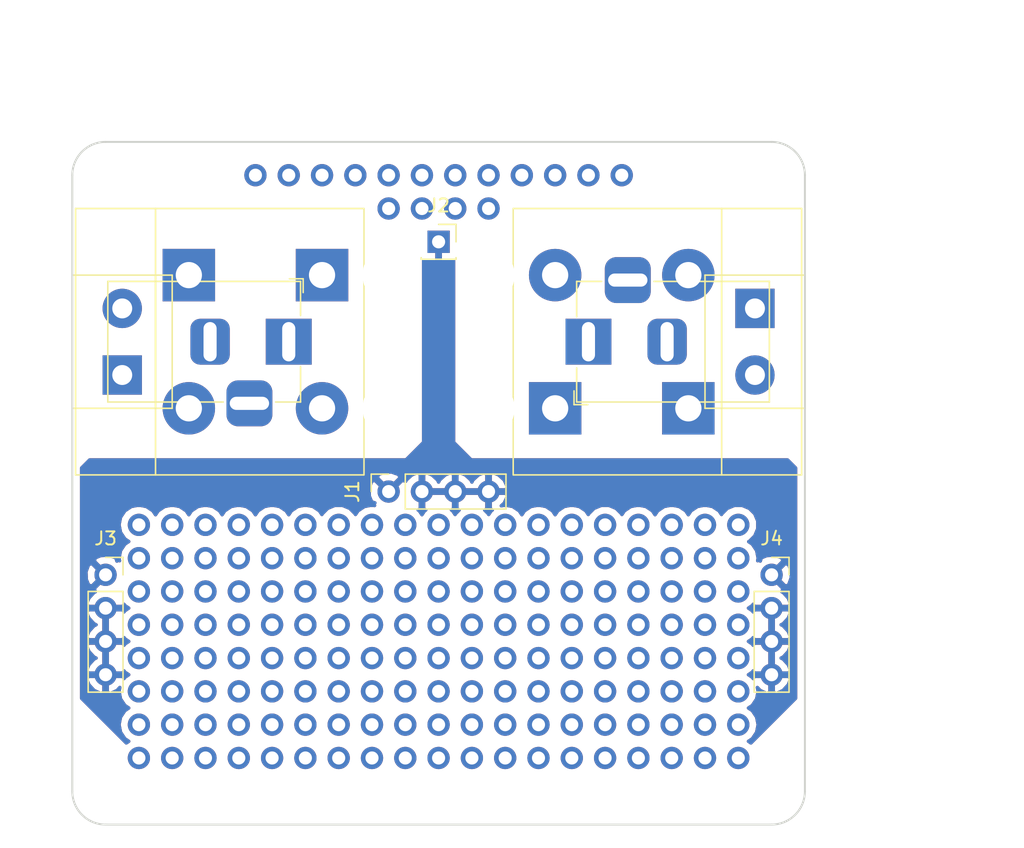
<source format=kicad_pcb>
(kicad_pcb (version 20171130) (host pcbnew 5.0.1)

  (general
    (thickness 1.6)
    (drawings 10)
    (tracks 0)
    (zones 0)
    (modules 22)
    (nets 2)
  )

  (page A4)
  (layers
    (0 F.Cu signal)
    (31 B.Cu signal)
    (32 B.Adhes user)
    (33 F.Adhes user)
    (34 B.Paste user)
    (35 F.Paste user)
    (36 B.SilkS user)
    (37 F.SilkS user)
    (38 B.Mask user)
    (39 F.Mask user)
    (40 Dwgs.User user)
    (41 Cmts.User user)
    (42 Eco1.User user)
    (43 Eco2.User user)
    (44 Edge.Cuts user)
    (45 Margin user)
    (46 B.CrtYd user)
    (47 F.CrtYd user)
    (48 B.Fab user)
    (49 F.Fab user)
  )

  (setup
    (last_trace_width 0.25)
    (trace_clearance 0.2)
    (zone_clearance 0.508)
    (zone_45_only no)
    (trace_min 0.2)
    (segment_width 0.2)
    (edge_width 0.15)
    (via_size 0.8)
    (via_drill 0.4)
    (via_min_size 0.4)
    (via_min_drill 0.3)
    (uvia_size 0.3)
    (uvia_drill 0.1)
    (uvias_allowed no)
    (uvia_min_size 0.2)
    (uvia_min_drill 0.1)
    (pcb_text_width 0.3)
    (pcb_text_size 1.5 1.5)
    (mod_edge_width 0.15)
    (mod_text_size 1 1)
    (mod_text_width 0.15)
    (pad_size 1.7 1.7)
    (pad_drill 1)
    (pad_to_mask_clearance 0.051)
    (solder_mask_min_width 0.25)
    (aux_axis_origin 0 0)
    (visible_elements FFFFFF7F)
    (pcbplotparams
      (layerselection 0x010f0_ffffffff)
      (usegerberextensions true)
      (usegerberattributes false)
      (usegerberadvancedattributes false)
      (creategerberjobfile false)
      (excludeedgelayer true)
      (linewidth 0.100000)
      (plotframeref false)
      (viasonmask false)
      (mode 1)
      (useauxorigin false)
      (hpglpennumber 1)
      (hpglpenspeed 20)
      (hpglpendiameter 15.000000)
      (psnegative false)
      (psa4output false)
      (plotreference true)
      (plotvalue true)
      (plotinvisibletext false)
      (padsonsilk false)
      (subtractmaskfromsilk true)
      (outputformat 1)
      (mirror false)
      (drillshape 0)
      (scaleselection 1)
      (outputdirectory ""))
  )

  (net 0 "")
  (net 1 GND)

  (net_class Default "これはデフォルトのネット クラスです。"
    (clearance 0.2)
    (trace_width 0.25)
    (via_dia 0.8)
    (via_drill 0.4)
    (uvia_dia 0.3)
    (uvia_drill 0.1)
    (add_net GND)
  )

  (module lib:Prototype_Area_2.54mm_01x04 (layer F.Cu) (tedit 5C92594D) (tstamp 5C950808)
    (at 132.08 87.63 90)
    (descr "Prototype Area 09x10")
    (tags "Prototype Area 9x10 2.54mm")
    (fp_text reference J12 (at -3.81 -2.54 90) (layer F.SilkS) hide
      (effects (font (size 1 1) (thickness 0.15)))
    )
    (fp_text value 0x04 (at -2.54 8.89 90) (layer F.Fab)
      (effects (font (size 1 1) (thickness 0.15)))
    )
    (pad 1 thru_hole circle (at 0 0 90) (size 1.7 1.7) (drill 1) (layers *.Cu *.Mask))
    (pad 2 thru_hole oval (at 0 2.54 90) (size 1.7 1.7) (drill 1) (layers *.Cu *.Mask))
    (pad 3 thru_hole oval (at 0 5.08 90) (size 1.7 1.7) (drill 1) (layers *.Cu *.Mask))
    (pad 4 thru_hole oval (at 0 7.62 90) (size 1.7 1.7) (drill 1) (layers *.Cu *.Mask))
  )

  (module Connector_BarrelJack:BarrelJack_Horizontal (layer F.Cu) (tedit 5C924EE8) (tstamp 5C92A4A0)
    (at 134.62 100.33)
    (descr "DC Barrel Jack")
    (tags "Power Jack")
    (fp_text reference REF** (at -8.45 5.75) (layer F.SilkS) hide
      (effects (font (size 1 1) (thickness 0.15)))
    )
    (fp_text value BarrelJack_Horizontal (at -6.2 -5.5) (layer F.Fab)
      (effects (font (size 1 1) (thickness 0.15)))
    )
    (fp_text user %R (at -3 -2.95) (layer F.Fab)
      (effects (font (size 1 1) (thickness 0.15)))
    )
    (fp_line (start -0.003213 -4.505425) (end 0.8 -3.75) (layer F.Fab) (width 0.1))
    (fp_line (start 1.1 -3.75) (end 1.1 -4.8) (layer F.SilkS) (width 0.12))
    (fp_line (start 0.05 -4.8) (end 1.1 -4.8) (layer F.SilkS) (width 0.12))
    (fp_line (start 1 -4.5) (end 1 -4.75) (layer F.CrtYd) (width 0.05))
    (fp_line (start 1 -4.75) (end -14 -4.75) (layer F.CrtYd) (width 0.05))
    (fp_line (start 1 -4.5) (end 1 -2) (layer F.CrtYd) (width 0.05))
    (fp_line (start 1 -2) (end 2 -2) (layer F.CrtYd) (width 0.05))
    (fp_line (start 2 -2) (end 2 2) (layer F.CrtYd) (width 0.05))
    (fp_line (start 2 2) (end 1 2) (layer F.CrtYd) (width 0.05))
    (fp_line (start 1 2) (end 1 4.75) (layer F.CrtYd) (width 0.05))
    (fp_line (start 1 4.75) (end -1 4.75) (layer F.CrtYd) (width 0.05))
    (fp_line (start -1 4.75) (end -1 6.75) (layer F.CrtYd) (width 0.05))
    (fp_line (start -1 6.75) (end -5 6.75) (layer F.CrtYd) (width 0.05))
    (fp_line (start -5 6.75) (end -5 4.75) (layer F.CrtYd) (width 0.05))
    (fp_line (start -5 4.75) (end -14 4.75) (layer F.CrtYd) (width 0.05))
    (fp_line (start -14 4.75) (end -14 -4.75) (layer F.CrtYd) (width 0.05))
    (fp_line (start -5 4.6) (end -13.8 4.6) (layer F.SilkS) (width 0.12))
    (fp_line (start -13.8 4.6) (end -13.8 -4.6) (layer F.SilkS) (width 0.12))
    (fp_line (start 0.9 1.9) (end 0.9 4.6) (layer F.SilkS) (width 0.12))
    (fp_line (start 0.9 4.6) (end -1 4.6) (layer F.SilkS) (width 0.12))
    (fp_line (start -13.8 -4.6) (end 0.9 -4.6) (layer F.SilkS) (width 0.12))
    (fp_line (start 0.9 -4.6) (end 0.9 -2) (layer F.SilkS) (width 0.12))
    (fp_line (start -10.2 -4.5) (end -10.2 4.5) (layer F.Fab) (width 0.1))
    (fp_line (start -13.7 -4.5) (end -13.7 4.5) (layer F.Fab) (width 0.1))
    (fp_line (start -13.7 4.5) (end 0.8 4.5) (layer F.Fab) (width 0.1))
    (fp_line (start 0.8 4.5) (end 0.8 -3.75) (layer F.Fab) (width 0.1))
    (fp_line (start 0 -4.5) (end -13.7 -4.5) (layer F.Fab) (width 0.1))
    (pad 1 thru_hole rect (at 0 0) (size 3.5 3.5) (drill oval 1 3) (layers *.Cu *.Mask))
    (pad 2 thru_hole roundrect (at -6 0) (size 3 3.5) (drill oval 1 3) (layers *.Cu *.Mask) (roundrect_rratio 0.25))
    (pad 3 thru_hole roundrect (at -3 4.7) (size 3.5 3.5) (drill oval 3 1) (layers *.Cu *.Mask) (roundrect_rratio 0.25))
    (model ${KISYS3DMOD}/Connector_BarrelJack.3dshapes/BarrelJack_Horizontal.wrl
      (at (xyz 0 0 0))
      (scale (xyz 1 1 1))
      (rotate (xyz 0 0 0))
    )
  )

  (module TerminalBlock:TerminalBlock_bornier-2_P5.08mm (layer F.Cu) (tedit 5C924F5E) (tstamp 5C929DBE)
    (at 170.18 97.79 270)
    (descr "simple 2-pin terminal block, pitch 5.08mm, revamped version of bornier2")
    (tags "terminal block bornier2")
    (fp_text reference REF** (at 2.54 -5.08 270) (layer F.SilkS) hide
      (effects (font (size 1 1) (thickness 0.15)))
    )
    (fp_text value TerminalBlock_bornier-2_P5.08mm (at 2.54 5.08 270) (layer F.Fab)
      (effects (font (size 1 1) (thickness 0.15)))
    )
    (fp_text user %R (at 2.54 0 270) (layer F.Fab)
      (effects (font (size 1 1) (thickness 0.15)))
    )
    (fp_line (start -2.41 2.55) (end 7.49 2.55) (layer F.Fab) (width 0.1))
    (fp_line (start -2.46 -3.75) (end -2.46 3.75) (layer F.Fab) (width 0.1))
    (fp_line (start -2.46 3.75) (end 7.54 3.75) (layer F.Fab) (width 0.1))
    (fp_line (start 7.54 3.75) (end 7.54 -3.75) (layer F.Fab) (width 0.1))
    (fp_line (start 7.54 -3.75) (end -2.46 -3.75) (layer F.Fab) (width 0.1))
    (fp_line (start 7.62 2.54) (end -2.54 2.54) (layer F.SilkS) (width 0.12))
    (fp_line (start 7.62 3.81) (end 7.62 -3.81) (layer F.SilkS) (width 0.12))
    (fp_line (start 7.62 -3.81) (end -2.54 -3.81) (layer F.SilkS) (width 0.12))
    (fp_line (start -2.54 -3.81) (end -2.54 3.81) (layer F.SilkS) (width 0.12))
    (fp_line (start -2.54 3.81) (end 7.62 3.81) (layer F.SilkS) (width 0.12))
    (fp_line (start -2.71 -4) (end 7.79 -4) (layer F.CrtYd) (width 0.05))
    (fp_line (start -2.71 -4) (end -2.71 4) (layer F.CrtYd) (width 0.05))
    (fp_line (start 7.79 4) (end 7.79 -4) (layer F.CrtYd) (width 0.05))
    (fp_line (start 7.79 4) (end -2.71 4) (layer F.CrtYd) (width 0.05))
    (pad 1 thru_hole rect (at 0 0 270) (size 3 3) (drill 1.52) (layers *.Cu *.Mask))
    (pad 2 thru_hole circle (at 5.08 0 270) (size 3 3) (drill 1.52) (layers *.Cu *.Mask))
    (model ${KISYS3DMOD}/TerminalBlock.3dshapes/TerminalBlock_bornier-2_P5.08mm.wrl
      (offset (xyz 2.539999961853027 0 0))
      (scale (xyz 1 1 1))
      (rotate (xyz 0 0 0))
    )
  )

  (module MountingHole:MountingHole_2.5mm (layer F.Cu) (tedit 5C924DCF) (tstamp 5C92833F)
    (at 120.65 134.62)
    (descr "Mounting Hole 2.5mm, no annular")
    (tags "mounting hole 2.5mm no annular")
    (attr virtual)
    (fp_text reference REF** (at 0 -3.5) (layer F.SilkS) hide
      (effects (font (size 1 1) (thickness 0.15)))
    )
    (fp_text value MountingHole_2.5mm (at 0 3.5) (layer F.Fab)
      (effects (font (size 1 1) (thickness 0.15)))
    )
    (fp_circle (center 0 0) (end 2.75 0) (layer F.CrtYd) (width 0.05))
    (fp_circle (center 0 0) (end 2.5 0) (layer Cmts.User) (width 0.15))
    (fp_text user %R (at 0.3 0) (layer F.Fab)
      (effects (font (size 1 1) (thickness 0.15)))
    )
    (pad 1 np_thru_hole circle (at 0 0) (size 2.5 2.5) (drill 2.5) (layers *.Cu *.Mask))
  )

  (module MountingHole:MountingHole_2.5mm (layer F.Cu) (tedit 5C924DCF) (tstamp 5C927FE5)
    (at 171.45 134.62)
    (descr "Mounting Hole 2.5mm, no annular")
    (tags "mounting hole 2.5mm no annular")
    (attr virtual)
    (fp_text reference REF** (at 0 -3.5) (layer F.SilkS) hide
      (effects (font (size 1 1) (thickness 0.15)))
    )
    (fp_text value MountingHole_2.5mm (at 0 3.5) (layer F.Fab)
      (effects (font (size 1 1) (thickness 0.15)))
    )
    (fp_text user %R (at 0.3 -1.27) (layer F.Fab)
      (effects (font (size 1 1) (thickness 0.15)))
    )
    (fp_circle (center 0 0) (end 2.5 0) (layer Cmts.User) (width 0.15))
    (fp_circle (center 0 0) (end 2.75 0) (layer F.CrtYd) (width 0.05))
    (pad 1 np_thru_hole circle (at 0 0) (size 2.5 2.5) (drill 2.5) (layers *.Cu *.Mask))
  )

  (module MountingHole:MountingHole_2.5mm (layer F.Cu) (tedit 5C924DCF) (tstamp 5C926E00)
    (at 120.65 87.63)
    (descr "Mounting Hole 2.5mm, no annular")
    (tags "mounting hole 2.5mm no annular")
    (attr virtual)
    (fp_text reference REF** (at 0 -3.5) (layer F.SilkS) hide
      (effects (font (size 1 1) (thickness 0.15)))
    )
    (fp_text value MountingHole_2.5mm (at 0 3.5) (layer F.Fab)
      (effects (font (size 1 1) (thickness 0.15)))
    )
    (fp_text user %R (at 0.3 0) (layer F.Fab)
      (effects (font (size 1 1) (thickness 0.15)))
    )
    (fp_circle (center 0 0) (end 2.5 0) (layer Cmts.User) (width 0.15))
    (fp_circle (center 0 0) (end 2.75 0) (layer F.CrtYd) (width 0.05))
    (pad 1 np_thru_hole circle (at 0 0) (size 2.5 2.5) (drill 2.5) (layers *.Cu *.Mask))
  )

  (module MountingHole:MountingHole_4mm (layer F.Cu) (tedit 5C924E5C) (tstamp 5C926A62)
    (at 142.24 105.41)
    (descr "Mounting Hole 4mm, no annular")
    (tags "mounting hole 4mm no annular")
    (attr virtual)
    (fp_text reference REF** (at 0 -5) (layer F.SilkS) hide
      (effects (font (size 1 1) (thickness 0.15)))
    )
    (fp_text value MountingHole_4mm (at 0 5) (layer F.Fab)
      (effects (font (size 1 1) (thickness 0.15)))
    )
    (fp_text user %R (at 0.3 0) (layer F.Fab)
      (effects (font (size 1 1) (thickness 0.15)))
    )
    (fp_circle (center 0 0) (end 4 0) (layer Cmts.User) (width 0.15))
    (fp_circle (center 0 0) (end 4.25 0) (layer F.CrtYd) (width 0.05))
    (pad 1 np_thru_hole circle (at 0 0) (size 4 4) (drill 4) (layers *.Cu *.Mask))
  )

  (module MountingHole:MountingHole_4mm (layer F.Cu) (tedit 5C924E5C) (tstamp 5C926A34)
    (at 142.24 95.25)
    (descr "Mounting Hole 4mm, no annular")
    (tags "mounting hole 4mm no annular")
    (attr virtual)
    (fp_text reference REF** (at 0 -5) (layer F.SilkS) hide
      (effects (font (size 1 1) (thickness 0.15)))
    )
    (fp_text value MountingHole_4mm (at 0 5) (layer F.Fab)
      (effects (font (size 1 1) (thickness 0.15)))
    )
    (fp_circle (center 0 0) (end 4.25 0) (layer F.CrtYd) (width 0.05))
    (fp_circle (center 0 0) (end 4 0) (layer Cmts.User) (width 0.15))
    (fp_text user %R (at 0.3 0) (layer F.Fab)
      (effects (font (size 1 1) (thickness 0.15)))
    )
    (pad 1 np_thru_hole circle (at 0 0) (size 4 4) (drill 4) (layers *.Cu *.Mask))
  )

  (module MountingHole:MountingHole_4mm (layer F.Cu) (tedit 5C924E5C) (tstamp 5C926A08)
    (at 149.86 105.41)
    (descr "Mounting Hole 4mm, no annular")
    (tags "mounting hole 4mm no annular")
    (attr virtual)
    (fp_text reference REF** (at 0 -5) (layer F.SilkS) hide
      (effects (font (size 1 1) (thickness 0.15)))
    )
    (fp_text value MountingHole_4mm (at 0 5) (layer F.Fab)
      (effects (font (size 1 1) (thickness 0.15)))
    )
    (fp_text user %R (at 0.3 0) (layer F.Fab)
      (effects (font (size 1 1) (thickness 0.15)))
    )
    (fp_circle (center 0 0) (end 4 0) (layer Cmts.User) (width 0.15))
    (fp_circle (center 0 0) (end 4.25 0) (layer F.CrtYd) (width 0.05))
    (pad 1 np_thru_hole circle (at 0 0) (size 4 4) (drill 4) (layers *.Cu *.Mask))
  )

  (module lib:TerminalBlock_P10.16mm (layer F.Cu) (tedit 5C924CF9) (tstamp 5C925C39)
    (at 127 95.25 270)
    (descr "simple 2-pin terminal block, pitch 5.08mm, revamped version of bornier2")
    (tags "terminal block bornier2")
    (fp_text reference REF** (at -1.905 -15.24 270) (layer F.SilkS) hide
      (effects (font (size 1 1) (thickness 0.15)))
    )
    (fp_text value TerminalBlock_P10.16mm (at 5.715 9.525 270) (layer F.Fab)
      (effects (font (size 1 1) (thickness 0.15)))
    )
    (fp_line (start -5.08 8.64) (end 15.24 8.64) (layer F.SilkS) (width 0.12))
    (fp_line (start -5.08 -13.335) (end -5.08 8.64) (layer F.SilkS) (width 0.12))
    (fp_line (start 15.24 -13.36) (end -5.08 -13.36) (layer F.SilkS) (width 0.12))
    (fp_line (start 15.24 8.64) (end 15.24 -13.335) (layer F.SilkS) (width 0.12))
    (fp_line (start 15.24 2.54) (end -5.08 2.54) (layer F.SilkS) (width 0.12))
    (fp_text user %R (at -1.905 -13.97 270) (layer F.Fab)
      (effects (font (size 1 1) (thickness 0.15)))
    )
    (pad 2 thru_hole circle (at 10.16 0 270) (size 4 4) (drill 2) (layers *.Cu *.Mask))
    (pad 1 thru_hole rect (at 0 0 270) (size 4 4) (drill 2) (layers *.Cu *.Mask))
    (pad 1 thru_hole rect (at 0 -10.16 270) (size 4 4) (drill 2) (layers *.Cu *.Mask))
    (pad 2 thru_hole circle (at 10.16 -10.16 270) (size 4 4) (drill 2) (layers *.Cu *.Mask))
    (model ${KISYS3DMOD}/TerminalBlock.3dshapes/TerminalBlock_bornier-2_P5.08mm.wrl
      (offset (xyz 2.539999961853027 0 0))
      (scale (xyz 1 1 1))
      (rotate (xyz 0 0 0))
    )
  )

  (module lib:TerminalBlock_P10.16mm (layer F.Cu) (tedit 5C924CF9) (tstamp 5C924E1B)
    (at 165.1 105.41 90)
    (descr "simple 2-pin terminal block, pitch 5.08mm, revamped version of bornier2")
    (tags "terminal block bornier2")
    (fp_text reference REF** (at -1.905 -15.24 90) (layer F.SilkS) hide
      (effects (font (size 1 1) (thickness 0.15)))
    )
    (fp_text value TerminalBlock_P10.16mm (at 5.715 9.525 90) (layer F.Fab)
      (effects (font (size 1 1) (thickness 0.15)))
    )
    (fp_text user %R (at -1.905 -13.97 90) (layer F.Fab)
      (effects (font (size 1 1) (thickness 0.15)))
    )
    (fp_line (start 15.24 2.54) (end -5.08 2.54) (layer F.SilkS) (width 0.12))
    (fp_line (start 15.24 8.64) (end 15.24 -13.335) (layer F.SilkS) (width 0.12))
    (fp_line (start 15.24 -13.36) (end -5.08 -13.36) (layer F.SilkS) (width 0.12))
    (fp_line (start -5.08 -13.335) (end -5.08 8.64) (layer F.SilkS) (width 0.12))
    (fp_line (start -5.08 8.64) (end 15.24 8.64) (layer F.SilkS) (width 0.12))
    (pad 2 thru_hole circle (at 10.16 -10.16 90) (size 4 4) (drill 2) (layers *.Cu *.Mask))
    (pad 1 thru_hole rect (at 0 -10.16 90) (size 4 4) (drill 2) (layers *.Cu *.Mask))
    (pad 1 thru_hole rect (at 0 0 90) (size 4 4) (drill 2) (layers *.Cu *.Mask))
    (pad 2 thru_hole circle (at 10.16 0 90) (size 4 4) (drill 2) (layers *.Cu *.Mask))
    (model ${KISYS3DMOD}/TerminalBlock.3dshapes/TerminalBlock_bornier-2_P5.08mm.wrl
      (offset (xyz 2.539999961853027 0 0))
      (scale (xyz 1 1 1))
      (rotate (xyz 0 0 0))
    )
  )

  (module Connector_BarrelJack:BarrelJack_Horizontal (layer F.Cu) (tedit 5C924EE8) (tstamp 5C92625E)
    (at 157.48 100.33 180)
    (descr "DC Barrel Jack")
    (tags "Power Jack")
    (fp_text reference REF** (at -8.45 5.75 180) (layer F.SilkS) hide
      (effects (font (size 1 1) (thickness 0.15)))
    )
    (fp_text value BarrelJack_Horizontal (at -6.2 -5.5 180) (layer F.Fab)
      (effects (font (size 1 1) (thickness 0.15)))
    )
    (fp_line (start 0 -4.5) (end -13.7 -4.5) (layer F.Fab) (width 0.1))
    (fp_line (start 0.8 4.5) (end 0.8 -3.75) (layer F.Fab) (width 0.1))
    (fp_line (start -13.7 4.5) (end 0.8 4.5) (layer F.Fab) (width 0.1))
    (fp_line (start -13.7 -4.5) (end -13.7 4.5) (layer F.Fab) (width 0.1))
    (fp_line (start -10.2 -4.5) (end -10.2 4.5) (layer F.Fab) (width 0.1))
    (fp_line (start 0.9 -4.6) (end 0.9 -2) (layer F.SilkS) (width 0.12))
    (fp_line (start -13.8 -4.6) (end 0.9 -4.6) (layer F.SilkS) (width 0.12))
    (fp_line (start 0.9 4.6) (end -1 4.6) (layer F.SilkS) (width 0.12))
    (fp_line (start 0.9 1.9) (end 0.9 4.6) (layer F.SilkS) (width 0.12))
    (fp_line (start -13.8 4.6) (end -13.8 -4.6) (layer F.SilkS) (width 0.12))
    (fp_line (start -5 4.6) (end -13.8 4.6) (layer F.SilkS) (width 0.12))
    (fp_line (start -14 4.75) (end -14 -4.75) (layer F.CrtYd) (width 0.05))
    (fp_line (start -5 4.75) (end -14 4.75) (layer F.CrtYd) (width 0.05))
    (fp_line (start -5 6.75) (end -5 4.75) (layer F.CrtYd) (width 0.05))
    (fp_line (start -1 6.75) (end -5 6.75) (layer F.CrtYd) (width 0.05))
    (fp_line (start -1 4.75) (end -1 6.75) (layer F.CrtYd) (width 0.05))
    (fp_line (start 1 4.75) (end -1 4.75) (layer F.CrtYd) (width 0.05))
    (fp_line (start 1 2) (end 1 4.75) (layer F.CrtYd) (width 0.05))
    (fp_line (start 2 2) (end 1 2) (layer F.CrtYd) (width 0.05))
    (fp_line (start 2 -2) (end 2 2) (layer F.CrtYd) (width 0.05))
    (fp_line (start 1 -2) (end 2 -2) (layer F.CrtYd) (width 0.05))
    (fp_line (start 1 -4.5) (end 1 -2) (layer F.CrtYd) (width 0.05))
    (fp_line (start 1 -4.75) (end -14 -4.75) (layer F.CrtYd) (width 0.05))
    (fp_line (start 1 -4.5) (end 1 -4.75) (layer F.CrtYd) (width 0.05))
    (fp_line (start 0.05 -4.8) (end 1.1 -4.8) (layer F.SilkS) (width 0.12))
    (fp_line (start 1.1 -3.75) (end 1.1 -4.8) (layer F.SilkS) (width 0.12))
    (fp_line (start -0.003213 -4.505425) (end 0.8 -3.75) (layer F.Fab) (width 0.1))
    (fp_text user %R (at -3 -2.95 180) (layer F.Fab)
      (effects (font (size 1 1) (thickness 0.15)))
    )
    (pad 3 thru_hole roundrect (at -3 4.7 180) (size 3.5 3.5) (drill oval 3 1) (layers *.Cu *.Mask) (roundrect_rratio 0.25))
    (pad 2 thru_hole roundrect (at -6 0 180) (size 3 3.5) (drill oval 1 3) (layers *.Cu *.Mask) (roundrect_rratio 0.25))
    (pad 1 thru_hole rect (at 0 0 180) (size 3.5 3.5) (drill oval 1 3) (layers *.Cu *.Mask))
    (model ${KISYS3DMOD}/Connector_BarrelJack.3dshapes/BarrelJack_Horizontal.wrl
      (at (xyz 0 0 0))
      (scale (xyz 1 1 1))
      (rotate (xyz 0 0 0))
    )
  )

  (module MountingHole:MountingHole_2.5mm (layer F.Cu) (tedit 5C924DCF) (tstamp 5C92675A)
    (at 171.45 87.63)
    (descr "Mounting Hole 2.5mm, no annular")
    (tags "mounting hole 2.5mm no annular")
    (attr virtual)
    (fp_text reference REF** (at 0 -3.5) (layer F.SilkS) hide
      (effects (font (size 1 1) (thickness 0.15)))
    )
    (fp_text value MountingHole_2.5mm (at 0 3.5) (layer F.Fab)
      (effects (font (size 1 1) (thickness 0.15)))
    )
    (fp_circle (center 0 0) (end 2.75 0) (layer F.CrtYd) (width 0.05))
    (fp_circle (center 0 0) (end 2.5 0) (layer Cmts.User) (width 0.15))
    (fp_text user %R (at 0.3 0) (layer F.Fab)
      (effects (font (size 1 1) (thickness 0.15)))
    )
    (pad 1 np_thru_hole circle (at 0 0) (size 2.5 2.5) (drill 2.5) (layers *.Cu *.Mask))
  )

  (module MountingHole:MountingHole_4mm (layer F.Cu) (tedit 5C924E5C) (tstamp 5C926987)
    (at 149.86 95.25)
    (descr "Mounting Hole 4mm, no annular")
    (tags "mounting hole 4mm no annular")
    (attr virtual)
    (fp_text reference REF** (at 0 -5) (layer F.SilkS) hide
      (effects (font (size 1 1) (thickness 0.15)))
    )
    (fp_text value MountingHole_4mm (at 0 5) (layer F.Fab)
      (effects (font (size 1 1) (thickness 0.15)))
    )
    (fp_circle (center 0 0) (end 4.25 0) (layer F.CrtYd) (width 0.05))
    (fp_circle (center 0 0) (end 4 0) (layer Cmts.User) (width 0.15))
    (fp_text user %R (at 0.3 0) (layer F.Fab)
      (effects (font (size 1 1) (thickness 0.15)))
    )
    (pad 1 np_thru_hole circle (at 0 0) (size 4 4) (drill 4) (layers *.Cu *.Mask))
  )

  (module TerminalBlock:TerminalBlock_bornier-2_P5.08mm (layer F.Cu) (tedit 5C924F5E) (tstamp 5C926AF1)
    (at 121.92 102.87 90)
    (descr "simple 2-pin terminal block, pitch 5.08mm, revamped version of bornier2")
    (tags "terminal block bornier2")
    (fp_text reference REF** (at 2.54 -5.08 90) (layer F.SilkS) hide
      (effects (font (size 1 1) (thickness 0.15)))
    )
    (fp_text value TerminalBlock_bornier-2_P5.08mm (at 2.54 5.08 90) (layer F.Fab)
      (effects (font (size 1 1) (thickness 0.15)))
    )
    (fp_line (start 7.79 4) (end -2.71 4) (layer F.CrtYd) (width 0.05))
    (fp_line (start 7.79 4) (end 7.79 -4) (layer F.CrtYd) (width 0.05))
    (fp_line (start -2.71 -4) (end -2.71 4) (layer F.CrtYd) (width 0.05))
    (fp_line (start -2.71 -4) (end 7.79 -4) (layer F.CrtYd) (width 0.05))
    (fp_line (start -2.54 3.81) (end 7.62 3.81) (layer F.SilkS) (width 0.12))
    (fp_line (start -2.54 -3.81) (end -2.54 3.81) (layer F.SilkS) (width 0.12))
    (fp_line (start 7.62 -3.81) (end -2.54 -3.81) (layer F.SilkS) (width 0.12))
    (fp_line (start 7.62 3.81) (end 7.62 -3.81) (layer F.SilkS) (width 0.12))
    (fp_line (start 7.62 2.54) (end -2.54 2.54) (layer F.SilkS) (width 0.12))
    (fp_line (start 7.54 -3.75) (end -2.46 -3.75) (layer F.Fab) (width 0.1))
    (fp_line (start 7.54 3.75) (end 7.54 -3.75) (layer F.Fab) (width 0.1))
    (fp_line (start -2.46 3.75) (end 7.54 3.75) (layer F.Fab) (width 0.1))
    (fp_line (start -2.46 -3.75) (end -2.46 3.75) (layer F.Fab) (width 0.1))
    (fp_line (start -2.41 2.55) (end 7.49 2.55) (layer F.Fab) (width 0.1))
    (fp_text user %R (at 2.54 0 90) (layer F.Fab)
      (effects (font (size 1 1) (thickness 0.15)))
    )
    (pad 2 thru_hole circle (at 5.08 0 90) (size 3 3) (drill 1.52) (layers *.Cu *.Mask))
    (pad 1 thru_hole rect (at 0 0 90) (size 3 3) (drill 1.52) (layers *.Cu *.Mask))
    (model ${KISYS3DMOD}/TerminalBlock.3dshapes/TerminalBlock_bornier-2_P5.08mm.wrl
      (offset (xyz 2.539999961853027 0 0))
      (scale (xyz 1 1 1))
      (rotate (xyz 0 0 0))
    )
  )

  (module lib:Prototype_Area_2.54mm_02x04 (layer F.Cu) (tedit 5C925954) (tstamp 5C92D2BD)
    (at 142.24 87.63 90)
    (descr "Prototype Area 09x10")
    (tags "Prototype Area 9x10 2.54mm")
    (fp_text reference J13 (at -3.81 -2.54 90) (layer F.SilkS) hide
      (effects (font (size 1 1) (thickness 0.15)))
    )
    (fp_text value 02x04 (at -2.54 10.16 90) (layer F.Fab)
      (effects (font (size 1 1) (thickness 0.15)))
    )
    (pad 8 thru_hole oval (at -2.54 7.62 90) (size 1.7 1.7) (drill 1) (layers *.Cu *.Mask))
    (pad 7 thru_hole oval (at 0 7.62 90) (size 1.7 1.7) (drill 1) (layers *.Cu *.Mask))
    (pad 6 thru_hole oval (at -2.54 5.08 90) (size 1.7 1.7) (drill 1) (layers *.Cu *.Mask))
    (pad 5 thru_hole oval (at 0 5.08 90) (size 1.7 1.7) (drill 1) (layers *.Cu *.Mask))
    (pad 4 thru_hole oval (at -2.54 2.54 90) (size 1.7 1.7) (drill 1) (layers *.Cu *.Mask))
    (pad 3 thru_hole oval (at 0 2.54 90) (size 1.7 1.7) (drill 1) (layers *.Cu *.Mask))
    (pad 2 thru_hole oval (at -2.54 0 90) (size 1.7 1.7) (drill 1) (layers *.Cu *.Mask))
    (pad 1 thru_hole circle (at 0 0 90) (size 1.7 1.7) (drill 1) (layers *.Cu *.Mask))
  )

  (module lib:Prototype_Area_2.54mm_01x04 (layer F.Cu) (tedit 5C925946) (tstamp 5C92DE70)
    (at 152.4 87.63 90)
    (descr "Prototype Area 09x10")
    (tags "Prototype Area 9x10 2.54mm")
    (fp_text reference J11 (at -3.81 -2.54 90) (layer F.SilkS) hide
      (effects (font (size 1 1) (thickness 0.15)))
    )
    (fp_text value 0x04 (at -2.54 8.89 90) (layer F.Fab)
      (effects (font (size 1 1) (thickness 0.15)))
    )
    (pad 4 thru_hole oval (at 0 7.62 90) (size 1.7 1.7) (drill 1) (layers *.Cu *.Mask))
    (pad 3 thru_hole oval (at 0 5.08 90) (size 1.7 1.7) (drill 1) (layers *.Cu *.Mask))
    (pad 2 thru_hole oval (at 0 2.54 90) (size 1.7 1.7) (drill 1) (layers *.Cu *.Mask))
    (pad 1 thru_hole circle (at 0 0 90) (size 1.7 1.7) (drill 1) (layers *.Cu *.Mask))
  )

  (module lib:Prototype_Area_2.54mm_23x08 (layer F.Cu) (tedit 5C92592A) (tstamp 5C94F746)
    (at 168.91 114.3)
    (descr "Prototype Area 09x10")
    (tags "Prototype Area 9x10 2.54mm")
    (fp_text reference J10 (at -3.81 -2.54) (layer F.SilkS) hide
      (effects (font (size 1 1) (thickness 0.15)))
    )
    (fp_text value 23x08 (at -8.89 20.32) (layer F.Fab)
      (effects (font (size 1 1) (thickness 0.15)))
    )
    (pad 67 thru_hole oval (at -40.64 17.78) (size 1.7 1.7) (drill 1) (layers *.Cu *.Mask))
    (pad 24 thru_hole oval (at -40.64 5.08) (size 1.7 1.7) (drill 1) (layers *.Cu *.Mask))
    (pad 44 thru_hole oval (at -45.72 10.16) (size 1.7 1.7) (drill 1) (layers *.Cu *.Mask))
    (pad 43 thru_hole oval (at -43.18 10.16) (size 1.7 1.7) (drill 1) (layers *.Cu *.Mask))
    (pad 11 thru_hole oval (at -45.72 2.54) (size 1.7 1.7) (drill 1) (layers *.Cu *.Mask))
    (pad 30 thru_hole oval (at -43.18 7.62) (size 1.7 1.7) (drill 1) (layers *.Cu *.Mask))
    (pad 49 thru_hole oval (at -40.64 12.7) (size 1.7 1.7) (drill 1) (layers *.Cu *.Mask))
    (pad 66 thru_hole oval (at -43.18 17.78) (size 1.7 1.7) (drill 1) (layers *.Cu *.Mask))
    (pad 7 thru_hole oval (at -43.18 0) (size 1.7 1.7) (drill 1) (layers *.Cu *.Mask))
    (pad 65 thru_hole oval (at -45.72 17.78) (size 1.7 1.7) (drill 1) (layers *.Cu *.Mask))
    (pad 47 thru_hole oval (at -45.72 12.7) (size 1.7 1.7) (drill 1) (layers *.Cu *.Mask))
    (pad 26 thru_hole oval (at -45.72 5.08) (size 1.7 1.7) (drill 1) (layers *.Cu *.Mask))
    (pad 13 thru_hole oval (at -40.64 2.54) (size 1.7 1.7) (drill 1) (layers *.Cu *.Mask))
    (pad 8 thru_hole oval (at -45.72 0) (size 1.7 1.7) (drill 1) (layers *.Cu *.Mask))
    (pad 12 thru_hole oval (at -43.18 2.54) (size 1.7 1.7) (drill 1) (layers *.Cu *.Mask))
    (pad 31 thru_hole oval (at -40.64 7.62) (size 1.7 1.7) (drill 1) (layers *.Cu *.Mask))
    (pad 42 thru_hole oval (at -40.64 10.16) (size 1.7 1.7) (drill 1) (layers *.Cu *.Mask))
    (pad 61 thru_hole oval (at -43.18 15.24) (size 1.7 1.7) (drill 1) (layers *.Cu *.Mask))
    (pad 29 thru_hole oval (at -45.72 7.62) (size 1.7 1.7) (drill 1) (layers *.Cu *.Mask))
    (pad 25 thru_hole oval (at -43.18 5.08) (size 1.7 1.7) (drill 1) (layers *.Cu *.Mask))
    (pad 48 thru_hole oval (at -43.18 12.7) (size 1.7 1.7) (drill 1) (layers *.Cu *.Mask))
    (pad 62 thru_hole oval (at -45.72 15.24) (size 1.7 1.7) (drill 1) (layers *.Cu *.Mask))
    (pad 60 thru_hole oval (at -40.64 15.24) (size 1.7 1.7) (drill 1) (layers *.Cu *.Mask))
    (pad 6 thru_hole oval (at -40.64 0) (size 1.7 1.7) (drill 1) (layers *.Cu *.Mask))
    (pad 55 thru_hole oval (at -20.32 15.24) (size 1.7 1.7) (drill 1) (layers *.Cu *.Mask))
    (pad 53 thru_hole oval (at -22.86 12.7) (size 1.7 1.7) (drill 1) (layers *.Cu *.Mask))
    (pad 17 thru_hole oval (at -22.86 2.54) (size 1.7 1.7) (drill 1) (layers *.Cu *.Mask))
    (pad 1 thru_hole circle (at -20.32 0) (size 1.7 1.7) (drill 1) (layers *.Cu *.Mask))
    (pad 67 thru_hole oval (at -33.02 17.78) (size 1.7 1.7) (drill 1) (layers *.Cu *.Mask))
    (pad 24 thru_hole oval (at -33.02 5.08) (size 1.7 1.7) (drill 1) (layers *.Cu *.Mask))
    (pad 32 thru_hole oval (at -30.48 7.62) (size 1.7 1.7) (drill 1) (layers *.Cu *.Mask))
    (pad 23 thru_hole oval (at -30.48 5.08) (size 1.7 1.7) (drill 1) (layers *.Cu *.Mask))
    (pad 44 thru_hole oval (at -38.1 10.16) (size 1.7 1.7) (drill 1) (layers *.Cu *.Mask))
    (pad 43 thru_hole oval (at -35.56 10.16) (size 1.7 1.7) (drill 1) (layers *.Cu *.Mask))
    (pad 11 thru_hole oval (at -38.1 2.54) (size 1.7 1.7) (drill 1) (layers *.Cu *.Mask))
    (pad 30 thru_hole oval (at -35.56 7.62) (size 1.7 1.7) (drill 1) (layers *.Cu *.Mask))
    (pad 49 thru_hole oval (at -33.02 12.7) (size 1.7 1.7) (drill 1) (layers *.Cu *.Mask))
    (pad 66 thru_hole oval (at -35.56 17.78) (size 1.7 1.7) (drill 1) (layers *.Cu *.Mask))
    (pad 7 thru_hole oval (at -35.56 0) (size 1.7 1.7) (drill 1) (layers *.Cu *.Mask))
    (pad 65 thru_hole oval (at -38.1 17.78) (size 1.7 1.7) (drill 1) (layers *.Cu *.Mask))
    (pad 47 thru_hole oval (at -38.1 12.7) (size 1.7 1.7) (drill 1) (layers *.Cu *.Mask))
    (pad 26 thru_hole oval (at -38.1 5.08) (size 1.7 1.7) (drill 1) (layers *.Cu *.Mask))
    (pad 41 thru_hole oval (at -30.48 10.16) (size 1.7 1.7) (drill 1) (layers *.Cu *.Mask))
    (pad 59 thru_hole oval (at -30.48 15.24) (size 1.7 1.7) (drill 1) (layers *.Cu *.Mask))
    (pad 13 thru_hole oval (at -33.02 2.54) (size 1.7 1.7) (drill 1) (layers *.Cu *.Mask))
    (pad 8 thru_hole oval (at -38.1 0) (size 1.7 1.7) (drill 1) (layers *.Cu *.Mask))
    (pad 12 thru_hole oval (at -35.56 2.54) (size 1.7 1.7) (drill 1) (layers *.Cu *.Mask))
    (pad 31 thru_hole oval (at -33.02 7.62) (size 1.7 1.7) (drill 1) (layers *.Cu *.Mask))
    (pad 15 thru_hole oval (at -27.94 2.54) (size 1.7 1.7) (drill 1) (layers *.Cu *.Mask))
    (pad 16 thru_hole oval (at -25.4 2.54) (size 1.7 1.7) (drill 1) (layers *.Cu *.Mask))
    (pad 4 thru_hole oval (at -27.94 0) (size 1.7 1.7) (drill 1) (layers *.Cu *.Mask))
    (pad 42 thru_hole oval (at -33.02 10.16) (size 1.7 1.7) (drill 1) (layers *.Cu *.Mask))
    (pad 61 thru_hole oval (at -35.56 15.24) (size 1.7 1.7) (drill 1) (layers *.Cu *.Mask))
    (pad 14 thru_hole oval (at -30.48 2.54) (size 1.7 1.7) (drill 1) (layers *.Cu *.Mask))
    (pad 68 thru_hole oval (at -30.48 17.78) (size 1.7 1.7) (drill 1) (layers *.Cu *.Mask))
    (pad 5 thru_hole circle (at -30.48 0) (size 1.7 1.7) (drill 1) (layers *.Cu *.Mask))
    (pad 29 thru_hole oval (at -38.1 7.62) (size 1.7 1.7) (drill 1) (layers *.Cu *.Mask))
    (pad 50 thru_hole oval (at -30.48 12.7) (size 1.7 1.7) (drill 1) (layers *.Cu *.Mask))
    (pad 25 thru_hole oval (at -35.56 5.08) (size 1.7 1.7) (drill 1) (layers *.Cu *.Mask))
    (pad 48 thru_hole oval (at -35.56 12.7) (size 1.7 1.7) (drill 1) (layers *.Cu *.Mask))
    (pad 62 thru_hole oval (at -38.1 15.24) (size 1.7 1.7) (drill 1) (layers *.Cu *.Mask))
    (pad 60 thru_hole oval (at -33.02 15.24) (size 1.7 1.7) (drill 1) (layers *.Cu *.Mask))
    (pad 37 thru_hole oval (at -20.32 10.16) (size 1.7 1.7) (drill 1) (layers *.Cu *.Mask))
    (pad 38 thru_hole oval (at -22.86 10.16) (size 1.7 1.7) (drill 1) (layers *.Cu *.Mask))
    (pad 3 thru_hole oval (at -25.4 0) (size 1.7 1.7) (drill 1) (layers *.Cu *.Mask))
    (pad 71 thru_hole oval (at -22.86 17.78) (size 1.7 1.7) (drill 1) (layers *.Cu *.Mask))
    (pad 33 thru_hole oval (at -27.94 7.62) (size 1.7 1.7) (drill 1) (layers *.Cu *.Mask))
    (pad 34 thru_hole oval (at -25.4 7.62) (size 1.7 1.7) (drill 1) (layers *.Cu *.Mask))
    (pad 22 thru_hole oval (at -27.94 5.08) (size 1.7 1.7) (drill 1) (layers *.Cu *.Mask))
    (pad 21 thru_hole oval (at -25.4 5.08) (size 1.7 1.7) (drill 1) (layers *.Cu *.Mask))
    (pad 54 thru_hole oval (at -20.32 12.7) (size 1.7 1.7) (drill 1) (layers *.Cu *.Mask))
    (pad 35 thru_hole oval (at -22.86 7.62) (size 1.7 1.7) (drill 1) (layers *.Cu *.Mask))
    (pad 72 thru_hole oval (at -20.32 17.78) (size 1.7 1.7) (drill 1) (layers *.Cu *.Mask))
    (pad 56 thru_hole oval (at -22.86 15.24) (size 1.7 1.7) (drill 1) (layers *.Cu *.Mask))
    (pad 19 thru_hole oval (at -20.32 5.08) (size 1.7 1.7) (drill 1) (layers *.Cu *.Mask))
    (pad 18 thru_hole oval (at -20.32 2.54) (size 1.7 1.7) (drill 1) (layers *.Cu *.Mask))
    (pad 20 thru_hole oval (at -22.86 5.08) (size 1.7 1.7) (drill 1) (layers *.Cu *.Mask))
    (pad 6 thru_hole oval (at -33.02 0) (size 1.7 1.7) (drill 1) (layers *.Cu *.Mask))
    (pad 69 thru_hole oval (at -27.94 17.78) (size 1.7 1.7) (drill 1) (layers *.Cu *.Mask))
    (pad 70 thru_hole oval (at -25.4 17.78) (size 1.7 1.7) (drill 1) (layers *.Cu *.Mask))
    (pad 58 thru_hole oval (at -27.94 15.24) (size 1.7 1.7) (drill 1) (layers *.Cu *.Mask))
    (pad 57 thru_hole oval (at -25.4 15.24) (size 1.7 1.7) (drill 1) (layers *.Cu *.Mask))
    (pad 51 thru_hole oval (at -27.94 12.7) (size 1.7 1.7) (drill 1) (layers *.Cu *.Mask))
    (pad 52 thru_hole oval (at -25.4 12.7) (size 1.7 1.7) (drill 1) (layers *.Cu *.Mask))
    (pad 40 thru_hole oval (at -27.94 10.16) (size 1.7 1.7) (drill 1) (layers *.Cu *.Mask))
    (pad 39 thru_hole oval (at -25.4 10.16) (size 1.7 1.7) (drill 1) (layers *.Cu *.Mask))
    (pad 36 thru_hole oval (at -20.32 7.62) (size 1.7 1.7) (drill 1) (layers *.Cu *.Mask))
    (pad 2 thru_hole oval (at -22.86 0) (size 1.7 1.7) (drill 1) (layers *.Cu *.Mask))
    (pad 67 thru_hole oval (at -12.7 17.78) (size 1.7 1.7) (drill 1) (layers *.Cu *.Mask))
    (pad 24 thru_hole oval (at -12.7 5.08) (size 1.7 1.7) (drill 1) (layers *.Cu *.Mask))
    (pad 32 thru_hole oval (at -10.16 7.62) (size 1.7 1.7) (drill 1) (layers *.Cu *.Mask))
    (pad 23 thru_hole oval (at -10.16 5.08) (size 1.7 1.7) (drill 1) (layers *.Cu *.Mask))
    (pad 44 thru_hole oval (at -17.78 10.16) (size 1.7 1.7) (drill 1) (layers *.Cu *.Mask))
    (pad 43 thru_hole oval (at -15.24 10.16) (size 1.7 1.7) (drill 1) (layers *.Cu *.Mask))
    (pad 11 thru_hole oval (at -17.78 2.54) (size 1.7 1.7) (drill 1) (layers *.Cu *.Mask))
    (pad 30 thru_hole oval (at -15.24 7.62) (size 1.7 1.7) (drill 1) (layers *.Cu *.Mask))
    (pad 49 thru_hole oval (at -12.7 12.7) (size 1.7 1.7) (drill 1) (layers *.Cu *.Mask))
    (pad 66 thru_hole oval (at -15.24 17.78) (size 1.7 1.7) (drill 1) (layers *.Cu *.Mask))
    (pad 7 thru_hole oval (at -15.24 0) (size 1.7 1.7) (drill 1) (layers *.Cu *.Mask))
    (pad 65 thru_hole oval (at -17.78 17.78) (size 1.7 1.7) (drill 1) (layers *.Cu *.Mask))
    (pad 47 thru_hole oval (at -17.78 12.7) (size 1.7 1.7) (drill 1) (layers *.Cu *.Mask))
    (pad 26 thru_hole oval (at -17.78 5.08) (size 1.7 1.7) (drill 1) (layers *.Cu *.Mask))
    (pad 41 thru_hole oval (at -10.16 10.16) (size 1.7 1.7) (drill 1) (layers *.Cu *.Mask))
    (pad 59 thru_hole oval (at -10.16 15.24) (size 1.7 1.7) (drill 1) (layers *.Cu *.Mask))
    (pad 13 thru_hole oval (at -12.7 2.54) (size 1.7 1.7) (drill 1) (layers *.Cu *.Mask))
    (pad 8 thru_hole oval (at -17.78 0) (size 1.7 1.7) (drill 1) (layers *.Cu *.Mask))
    (pad 12 thru_hole oval (at -15.24 2.54) (size 1.7 1.7) (drill 1) (layers *.Cu *.Mask))
    (pad 31 thru_hole oval (at -12.7 7.62) (size 1.7 1.7) (drill 1) (layers *.Cu *.Mask))
    (pad 42 thru_hole oval (at -12.7 10.16) (size 1.7 1.7) (drill 1) (layers *.Cu *.Mask))
    (pad 61 thru_hole oval (at -15.24 15.24) (size 1.7 1.7) (drill 1) (layers *.Cu *.Mask))
    (pad 14 thru_hole oval (at -10.16 2.54) (size 1.7 1.7) (drill 1) (layers *.Cu *.Mask))
    (pad 68 thru_hole oval (at -10.16 17.78) (size 1.7 1.7) (drill 1) (layers *.Cu *.Mask))
    (pad 5 thru_hole circle (at -10.16 0) (size 1.7 1.7) (drill 1) (layers *.Cu *.Mask))
    (pad 29 thru_hole oval (at -17.78 7.62) (size 1.7 1.7) (drill 1) (layers *.Cu *.Mask))
    (pad 50 thru_hole oval (at -10.16 12.7) (size 1.7 1.7) (drill 1) (layers *.Cu *.Mask))
    (pad 25 thru_hole oval (at -15.24 5.08) (size 1.7 1.7) (drill 1) (layers *.Cu *.Mask))
    (pad 48 thru_hole oval (at -15.24 12.7) (size 1.7 1.7) (drill 1) (layers *.Cu *.Mask))
    (pad 62 thru_hole oval (at -17.78 15.24) (size 1.7 1.7) (drill 1) (layers *.Cu *.Mask))
    (pad 60 thru_hole oval (at -12.7 15.24) (size 1.7 1.7) (drill 1) (layers *.Cu *.Mask))
    (pad 6 thru_hole oval (at -12.7 0) (size 1.7 1.7) (drill 1) (layers *.Cu *.Mask))
    (pad 69 thru_hole oval (at -7.62 17.78) (size 1.7 1.7) (drill 1) (layers *.Cu *.Mask))
    (pad 70 thru_hole oval (at -5.08 17.78) (size 1.7 1.7) (drill 1) (layers *.Cu *.Mask))
    (pad 58 thru_hole oval (at -7.62 15.24) (size 1.7 1.7) (drill 1) (layers *.Cu *.Mask))
    (pad 57 thru_hole oval (at -5.08 15.24) (size 1.7 1.7) (drill 1) (layers *.Cu *.Mask))
    (pad 51 thru_hole oval (at -7.62 12.7) (size 1.7 1.7) (drill 1) (layers *.Cu *.Mask))
    (pad 52 thru_hole oval (at -5.08 12.7) (size 1.7 1.7) (drill 1) (layers *.Cu *.Mask))
    (pad 40 thru_hole oval (at -7.62 10.16) (size 1.7 1.7) (drill 1) (layers *.Cu *.Mask))
    (pad 39 thru_hole oval (at -5.08 10.16) (size 1.7 1.7) (drill 1) (layers *.Cu *.Mask))
    (pad 33 thru_hole oval (at -7.62 7.62) (size 1.7 1.7) (drill 1) (layers *.Cu *.Mask))
    (pad 34 thru_hole oval (at -5.08 7.62) (size 1.7 1.7) (drill 1) (layers *.Cu *.Mask))
    (pad 22 thru_hole oval (at -7.62 5.08) (size 1.7 1.7) (drill 1) (layers *.Cu *.Mask))
    (pad 21 thru_hole oval (at -5.08 5.08) (size 1.7 1.7) (drill 1) (layers *.Cu *.Mask))
    (pad 15 thru_hole oval (at -7.62 2.54) (size 1.7 1.7) (drill 1) (layers *.Cu *.Mask))
    (pad 16 thru_hole oval (at -5.08 2.54) (size 1.7 1.7) (drill 1) (layers *.Cu *.Mask))
    (pad 4 thru_hole oval (at -7.62 0) (size 1.7 1.7) (drill 1) (layers *.Cu *.Mask))
    (pad 3 thru_hole oval (at -5.08 0) (size 1.7 1.7) (drill 1) (layers *.Cu *.Mask))
    (pad 71 thru_hole oval (at -2.54 17.78) (size 1.7 1.7) (drill 1) (layers *.Cu *.Mask))
    (pad 72 thru_hole oval (at 0 17.78) (size 1.7 1.7) (drill 1) (layers *.Cu *.Mask))
    (pad 56 thru_hole oval (at -2.54 15.24) (size 1.7 1.7) (drill 1) (layers *.Cu *.Mask))
    (pad 55 thru_hole oval (at 0 15.24) (size 1.7 1.7) (drill 1) (layers *.Cu *.Mask))
    (pad 53 thru_hole oval (at -2.54 12.7) (size 1.7 1.7) (drill 1) (layers *.Cu *.Mask))
    (pad 54 thru_hole oval (at 0 12.7) (size 1.7 1.7) (drill 1) (layers *.Cu *.Mask))
    (pad 38 thru_hole oval (at -2.54 10.16) (size 1.7 1.7) (drill 1) (layers *.Cu *.Mask))
    (pad 37 thru_hole oval (at 0 10.16) (size 1.7 1.7) (drill 1) (layers *.Cu *.Mask))
    (pad 35 thru_hole oval (at -2.54 7.62) (size 1.7 1.7) (drill 1) (layers *.Cu *.Mask))
    (pad 36 thru_hole oval (at 0 7.62) (size 1.7 1.7) (drill 1) (layers *.Cu *.Mask))
    (pad 20 thru_hole oval (at -2.54 5.08) (size 1.7 1.7) (drill 1) (layers *.Cu *.Mask))
    (pad 19 thru_hole oval (at 0 5.08) (size 1.7 1.7) (drill 1) (layers *.Cu *.Mask))
    (pad 17 thru_hole oval (at -2.54 2.54) (size 1.7 1.7) (drill 1) (layers *.Cu *.Mask))
    (pad 18 thru_hole oval (at 0 2.54) (size 1.7 1.7) (drill 1) (layers *.Cu *.Mask))
    (pad 2 thru_hole oval (at -2.54 0) (size 1.7 1.7) (drill 1) (layers *.Cu *.Mask))
    (pad 1 thru_hole circle (at 0 0) (size 1.7 1.7) (drill 1) (layers *.Cu *.Mask))
  )

  (module Connector_PinSocket_2.54mm:PinSocket_1x04_P2.54mm_Vertical (layer F.Cu) (tedit 5C9259E3) (tstamp 5C95141F)
    (at 142.24 111.76 90)
    (descr "Through hole straight socket strip, 1x04, 2.54mm pitch, single row (from Kicad 4.0.7), script generated")
    (tags "Through hole socket strip THT 1x04 2.54mm single row")
    (path /5C9259B8)
    (fp_text reference J1 (at 0 -2.77 90) (layer F.SilkS)
      (effects (font (size 1 1) (thickness 0.15)))
    )
    (fp_text value Conn_01x04 (at 0 10.39 90) (layer F.Fab)
      (effects (font (size 1 1) (thickness 0.15)))
    )
    (fp_line (start -1.27 -1.27) (end 0.635 -1.27) (layer F.Fab) (width 0.1))
    (fp_line (start 0.635 -1.27) (end 1.27 -0.635) (layer F.Fab) (width 0.1))
    (fp_line (start 1.27 -0.635) (end 1.27 8.89) (layer F.Fab) (width 0.1))
    (fp_line (start 1.27 8.89) (end -1.27 8.89) (layer F.Fab) (width 0.1))
    (fp_line (start -1.27 8.89) (end -1.27 -1.27) (layer F.Fab) (width 0.1))
    (fp_line (start -1.33 1.27) (end 1.33 1.27) (layer F.SilkS) (width 0.12))
    (fp_line (start -1.33 1.27) (end -1.33 8.95) (layer F.SilkS) (width 0.12))
    (fp_line (start -1.33 8.95) (end 1.33 8.95) (layer F.SilkS) (width 0.12))
    (fp_line (start 1.33 1.27) (end 1.33 8.95) (layer F.SilkS) (width 0.12))
    (fp_line (start 1.33 -1.33) (end 1.33 0) (layer F.SilkS) (width 0.12))
    (fp_line (start 0 -1.33) (end 1.33 -1.33) (layer F.SilkS) (width 0.12))
    (fp_line (start -1.8 -1.8) (end 1.75 -1.8) (layer F.CrtYd) (width 0.05))
    (fp_line (start 1.75 -1.8) (end 1.75 9.4) (layer F.CrtYd) (width 0.05))
    (fp_line (start 1.75 9.4) (end -1.8 9.4) (layer F.CrtYd) (width 0.05))
    (fp_line (start -1.8 9.4) (end -1.8 -1.8) (layer F.CrtYd) (width 0.05))
    (fp_text user %R (at 0 3.81 180) (layer F.Fab)
      (effects (font (size 1 1) (thickness 0.15)))
    )
    (pad 1 thru_hole circle (at 0 0 90) (size 1.7 1.7) (drill 1) (layers *.Cu *.Mask)
      (net 1 GND))
    (pad 2 thru_hole oval (at 0 2.54 90) (size 1.7 1.7) (drill 1) (layers *.Cu *.Mask)
      (net 1 GND))
    (pad 3 thru_hole oval (at 0 5.08 90) (size 1.7 1.7) (drill 1) (layers *.Cu *.Mask)
      (net 1 GND))
    (pad 4 thru_hole oval (at 0 7.62 90) (size 1.7 1.7) (drill 1) (layers *.Cu *.Mask)
      (net 1 GND))
    (model ${KISYS3DMOD}/Connector_PinSocket_2.54mm.3dshapes/PinSocket_1x04_P2.54mm_Vertical.wrl
      (at (xyz 0 0 0))
      (scale (xyz 1 1 1))
      (rotate (xyz 0 0 0))
    )
  )

  (module Connector_PinSocket_2.54mm:PinSocket_1x04_P2.54mm_Vertical (layer F.Cu) (tedit 5C9259ED) (tstamp 5C952069)
    (at 120.65 118.11)
    (descr "Through hole straight socket strip, 1x04, 2.54mm pitch, single row (from Kicad 4.0.7), script generated")
    (tags "Through hole socket strip THT 1x04 2.54mm single row")
    (path /5C925B44)
    (fp_text reference J3 (at 0 -2.77) (layer F.SilkS)
      (effects (font (size 1 1) (thickness 0.15)))
    )
    (fp_text value Conn_01x04 (at 0 10.39) (layer F.Fab)
      (effects (font (size 1 1) (thickness 0.15)))
    )
    (fp_line (start -1.27 -1.27) (end 0.635 -1.27) (layer F.Fab) (width 0.1))
    (fp_line (start 0.635 -1.27) (end 1.27 -0.635) (layer F.Fab) (width 0.1))
    (fp_line (start 1.27 -0.635) (end 1.27 8.89) (layer F.Fab) (width 0.1))
    (fp_line (start 1.27 8.89) (end -1.27 8.89) (layer F.Fab) (width 0.1))
    (fp_line (start -1.27 8.89) (end -1.27 -1.27) (layer F.Fab) (width 0.1))
    (fp_line (start -1.33 1.27) (end 1.33 1.27) (layer F.SilkS) (width 0.12))
    (fp_line (start -1.33 1.27) (end -1.33 8.95) (layer F.SilkS) (width 0.12))
    (fp_line (start -1.33 8.95) (end 1.33 8.95) (layer F.SilkS) (width 0.12))
    (fp_line (start 1.33 1.27) (end 1.33 8.95) (layer F.SilkS) (width 0.12))
    (fp_line (start 1.33 -1.33) (end 1.33 0) (layer F.SilkS) (width 0.12))
    (fp_line (start 0 -1.33) (end 1.33 -1.33) (layer F.SilkS) (width 0.12))
    (fp_line (start -1.8 -1.8) (end 1.75 -1.8) (layer F.CrtYd) (width 0.05))
    (fp_line (start 1.75 -1.8) (end 1.75 9.4) (layer F.CrtYd) (width 0.05))
    (fp_line (start 1.75 9.4) (end -1.8 9.4) (layer F.CrtYd) (width 0.05))
    (fp_line (start -1.8 9.4) (end -1.8 -1.8) (layer F.CrtYd) (width 0.05))
    (fp_text user %R (at 0 3.81 90) (layer F.Fab)
      (effects (font (size 1 1) (thickness 0.15)))
    )
    (pad 1 thru_hole circle (at 0 0) (size 1.7 1.7) (drill 1) (layers *.Cu *.Mask)
      (net 1 GND))
    (pad 2 thru_hole oval (at 0 2.54) (size 1.7 1.7) (drill 1) (layers *.Cu *.Mask)
      (net 1 GND))
    (pad 3 thru_hole oval (at 0 5.08) (size 1.7 1.7) (drill 1) (layers *.Cu *.Mask)
      (net 1 GND))
    (pad 4 thru_hole oval (at 0 7.62) (size 1.7 1.7) (drill 1) (layers *.Cu *.Mask)
      (net 1 GND))
    (model ${KISYS3DMOD}/Connector_PinSocket_2.54mm.3dshapes/PinSocket_1x04_P2.54mm_Vertical.wrl
      (at (xyz 0 0 0))
      (scale (xyz 1 1 1))
      (rotate (xyz 0 0 0))
    )
  )

  (module Connector_PinSocket_2.54mm:PinSocket_1x04_P2.54mm_Vertical (layer F.Cu) (tedit 5C925B48) (tstamp 5C93C380)
    (at 171.45 118.11)
    (descr "Through hole straight socket strip, 1x04, 2.54mm pitch, single row (from Kicad 4.0.7), script generated")
    (tags "Through hole socket strip THT 1x04 2.54mm single row")
    (path /5C925A9C)
    (fp_text reference J4 (at 0 -2.77) (layer F.SilkS)
      (effects (font (size 1 1) (thickness 0.15)))
    )
    (fp_text value Conn_01x04 (at 0 10.39) (layer F.Fab)
      (effects (font (size 1 1) (thickness 0.15)))
    )
    (fp_line (start -1.27 -1.27) (end 0.635 -1.27) (layer F.Fab) (width 0.1))
    (fp_line (start 0.635 -1.27) (end 1.27 -0.635) (layer F.Fab) (width 0.1))
    (fp_line (start 1.27 -0.635) (end 1.27 8.89) (layer F.Fab) (width 0.1))
    (fp_line (start 1.27 8.89) (end -1.27 8.89) (layer F.Fab) (width 0.1))
    (fp_line (start -1.27 8.89) (end -1.27 -1.27) (layer F.Fab) (width 0.1))
    (fp_line (start -1.33 1.27) (end 1.33 1.27) (layer F.SilkS) (width 0.12))
    (fp_line (start -1.33 1.27) (end -1.33 8.95) (layer F.SilkS) (width 0.12))
    (fp_line (start -1.33 8.95) (end 1.33 8.95) (layer F.SilkS) (width 0.12))
    (fp_line (start 1.33 1.27) (end 1.33 8.95) (layer F.SilkS) (width 0.12))
    (fp_line (start 1.33 -1.33) (end 1.33 0) (layer F.SilkS) (width 0.12))
    (fp_line (start 0 -1.33) (end 1.33 -1.33) (layer F.SilkS) (width 0.12))
    (fp_line (start -1.8 -1.8) (end 1.75 -1.8) (layer F.CrtYd) (width 0.05))
    (fp_line (start 1.75 -1.8) (end 1.75 9.4) (layer F.CrtYd) (width 0.05))
    (fp_line (start 1.75 9.4) (end -1.8 9.4) (layer F.CrtYd) (width 0.05))
    (fp_line (start -1.8 9.4) (end -1.8 -1.8) (layer F.CrtYd) (width 0.05))
    (fp_text user %R (at 0 3.81 90) (layer F.Fab)
      (effects (font (size 1 1) (thickness 0.15)))
    )
    (pad 1 thru_hole circle (at 0 0) (size 1.7 1.7) (drill 1) (layers *.Cu *.Mask)
      (net 1 GND))
    (pad 2 thru_hole oval (at 0 2.54) (size 1.7 1.7) (drill 1) (layers *.Cu *.Mask)
      (net 1 GND))
    (pad 3 thru_hole oval (at 0 5.08) (size 1.7 1.7) (drill 1) (layers *.Cu *.Mask)
      (net 1 GND))
    (pad 4 thru_hole oval (at 0 7.62) (size 1.7 1.7) (drill 1) (layers *.Cu *.Mask)
      (net 1 GND))
    (model ${KISYS3DMOD}/Connector_PinSocket_2.54mm.3dshapes/PinSocket_1x04_P2.54mm_Vertical.wrl
      (at (xyz 0 0 0))
      (scale (xyz 1 1 1))
      (rotate (xyz 0 0 0))
    )
  )

  (module Connector_PinSocket_2.54mm:PinSocket_1x01_P2.54mm_Vertical (layer F.Cu) (tedit 5A19A434) (tstamp 5C925E1A)
    (at 146.05 92.71)
    (descr "Through hole straight socket strip, 1x01, 2.54mm pitch, single row (from Kicad 4.0.7), script generated")
    (tags "Through hole socket strip THT 1x01 2.54mm single row")
    (path /5C925E5C)
    (fp_text reference J2 (at 0 -2.77) (layer F.SilkS)
      (effects (font (size 1 1) (thickness 0.15)))
    )
    (fp_text value Conn_01x01 (at 0 2.77) (layer F.Fab)
      (effects (font (size 1 1) (thickness 0.15)))
    )
    (fp_line (start -1.27 -1.27) (end 0.635 -1.27) (layer F.Fab) (width 0.1))
    (fp_line (start 0.635 -1.27) (end 1.27 -0.635) (layer F.Fab) (width 0.1))
    (fp_line (start 1.27 -0.635) (end 1.27 1.27) (layer F.Fab) (width 0.1))
    (fp_line (start 1.27 1.27) (end -1.27 1.27) (layer F.Fab) (width 0.1))
    (fp_line (start -1.27 1.27) (end -1.27 -1.27) (layer F.Fab) (width 0.1))
    (fp_line (start -1.33 1.33) (end 1.33 1.33) (layer F.SilkS) (width 0.12))
    (fp_line (start -1.33 1.21) (end -1.33 1.33) (layer F.SilkS) (width 0.12))
    (fp_line (start 1.33 1.21) (end 1.33 1.33) (layer F.SilkS) (width 0.12))
    (fp_line (start 1.33 -1.33) (end 1.33 0) (layer F.SilkS) (width 0.12))
    (fp_line (start 0 -1.33) (end 1.33 -1.33) (layer F.SilkS) (width 0.12))
    (fp_line (start -1.8 -1.8) (end 1.75 -1.8) (layer F.CrtYd) (width 0.05))
    (fp_line (start 1.75 -1.8) (end 1.75 1.75) (layer F.CrtYd) (width 0.05))
    (fp_line (start 1.75 1.75) (end -1.8 1.75) (layer F.CrtYd) (width 0.05))
    (fp_line (start -1.8 1.75) (end -1.8 -1.8) (layer F.CrtYd) (width 0.05))
    (fp_text user %R (at 0 0) (layer F.Fab)
      (effects (font (size 1 1) (thickness 0.15)))
    )
    (pad 1 thru_hole rect (at 0 0) (size 1.7 1.7) (drill 1) (layers *.Cu *.Mask)
      (net 1 GND))
    (model ${KISYS3DMOD}/Connector_PinSocket_2.54mm.3dshapes/PinSocket_1x01_P2.54mm_Vertical.wrl
      (at (xyz 0 0 0))
      (scale (xyz 1 1 1))
      (rotate (xyz 0 0 0))
    )
  )

  (dimension 52.07 (width 0.3) (layer Cmts.User)
    (gr_text "52.070 mm" (at 188.79 111.125 270) (layer Cmts.User)
      (effects (font (size 1.5 1.5) (thickness 0.3)))
    )
    (feature1 (pts (xy 184.15 137.16) (xy 187.276421 137.16)))
    (feature2 (pts (xy 184.15 85.09) (xy 187.276421 85.09)))
    (crossbar (pts (xy 186.69 85.09) (xy 186.69 137.16)))
    (arrow1a (pts (xy 186.69 137.16) (xy 186.103579 136.033496)))
    (arrow1b (pts (xy 186.69 137.16) (xy 187.276421 136.033496)))
    (arrow2a (pts (xy 186.69 85.09) (xy 186.103579 86.216504)))
    (arrow2b (pts (xy 186.69 85.09) (xy 187.276421 86.216504)))
  )
  (gr_arc (start 120.65 134.62) (end 118.11 134.62) (angle -90) (layer Edge.Cuts) (width 0.15))
  (gr_arc (start 171.45 134.62) (end 171.45 137.16) (angle -90) (layer Edge.Cuts) (width 0.15))
  (dimension 55.88 (width 0.3) (layer Cmts.User)
    (gr_text "55.880 mm" (at 146.05 75.37) (layer Cmts.User)
      (effects (font (size 1.5 1.5) (thickness 0.3)))
    )
    (feature1 (pts (xy 173.99 81.28) (xy 173.99 76.883579)))
    (feature2 (pts (xy 118.11 81.28) (xy 118.11 76.883579)))
    (crossbar (pts (xy 118.11 77.47) (xy 173.99 77.47)))
    (arrow1a (pts (xy 173.99 77.47) (xy 172.863496 78.056421)))
    (arrow1b (pts (xy 173.99 77.47) (xy 172.863496 76.883579)))
    (arrow2a (pts (xy 118.11 77.47) (xy 119.236504 78.056421)))
    (arrow2b (pts (xy 118.11 77.47) (xy 119.236504 76.883579)))
  )
  (gr_arc (start 120.65 87.63) (end 120.65 85.09) (angle -90) (layer Edge.Cuts) (width 0.15))
  (gr_arc (start 171.45 87.63) (end 173.99 87.63) (angle -90) (layer Edge.Cuts) (width 0.15))
  (gr_line (start 118.11 134.62) (end 118.11 87.63) (layer Edge.Cuts) (width 0.15))
  (gr_line (start 171.45 137.16) (end 120.65 137.16) (layer Edge.Cuts) (width 0.15))
  (gr_line (start 173.99 87.63) (end 173.99 134.62) (layer Edge.Cuts) (width 0.15))
  (gr_line (start 120.65 85.09) (end 171.45 85.09) (layer Edge.Cuts) (width 0.15))

  (zone (net 1) (net_name GND) (layer B.Cu) (tstamp 5C925EF4) (hatch edge 0.508)
    (connect_pads (clearance 0.508))
    (min_thickness 0.254)
    (fill yes (arc_segments 16) (thermal_gap 0.508) (thermal_bridge_width 0.508))
    (polygon
      (pts
        (xy 118.11 110.49) (xy 119.38 109.22) (xy 172.72 109.22) (xy 173.99 110.49) (xy 173.99 127)
        (xy 166.37 134.62) (xy 125.73 134.62) (xy 118.11 127)
      )
    )
    (filled_polygon
      (pts
        (xy 173.28 109.959606) (xy 173.280001 127.530393) (xy 169.872959 130.937435) (xy 169.682239 130.81) (xy 169.980625 130.610625)
        (xy 170.308839 130.119418) (xy 170.424092 129.54) (xy 170.308839 128.960582) (xy 169.980625 128.469375) (xy 169.682239 128.27)
        (xy 169.980625 128.070625) (xy 170.308839 127.579418) (xy 170.424092 127) (xy 170.364696 126.701394) (xy 170.568642 126.925183)
        (xy 171.093108 127.171486) (xy 171.323 127.050819) (xy 171.323 125.857) (xy 171.577 125.857) (xy 171.577 127.050819)
        (xy 171.806892 127.171486) (xy 172.331358 126.925183) (xy 172.721645 126.496924) (xy 172.891476 126.08689) (xy 172.770155 125.857)
        (xy 171.577 125.857) (xy 171.323 125.857) (xy 170.129845 125.857) (xy 170.042657 126.022212) (xy 169.980625 125.929375)
        (xy 169.682239 125.73) (xy 169.980625 125.530625) (xy 170.042657 125.437788) (xy 170.129845 125.603) (xy 171.323 125.603)
        (xy 171.323 123.317) (xy 171.577 123.317) (xy 171.577 125.603) (xy 172.770155 125.603) (xy 172.891476 125.37311)
        (xy 172.721645 124.963076) (xy 172.331358 124.534817) (xy 172.172046 124.46) (xy 172.331358 124.385183) (xy 172.721645 123.956924)
        (xy 172.891476 123.54689) (xy 172.770155 123.317) (xy 171.577 123.317) (xy 171.323 123.317) (xy 170.129845 123.317)
        (xy 170.042657 123.482212) (xy 169.980625 123.389375) (xy 169.682239 123.19) (xy 169.980625 122.990625) (xy 170.042657 122.897788)
        (xy 170.129845 123.063) (xy 171.323 123.063) (xy 171.323 120.777) (xy 171.577 120.777) (xy 171.577 123.063)
        (xy 172.770155 123.063) (xy 172.891476 122.83311) (xy 172.721645 122.423076) (xy 172.331358 121.994817) (xy 172.172046 121.92)
        (xy 172.331358 121.845183) (xy 172.721645 121.416924) (xy 172.891476 121.00689) (xy 172.770155 120.777) (xy 171.577 120.777)
        (xy 171.323 120.777) (xy 170.129845 120.777) (xy 170.042657 120.942212) (xy 169.980625 120.849375) (xy 169.682239 120.65)
        (xy 169.980625 120.450625) (xy 170.042657 120.357788) (xy 170.129845 120.523) (xy 171.323 120.523) (xy 171.323 120.503)
        (xy 171.577 120.503) (xy 171.577 120.523) (xy 172.770155 120.523) (xy 172.891476 120.29311) (xy 172.721645 119.883076)
        (xy 172.331358 119.454817) (xy 172.229697 119.407074) (xy 172.23408 119.405259) (xy 172.314353 119.153958) (xy 171.45 118.289605)
        (xy 171.435858 118.303748) (xy 171.256253 118.124143) (xy 171.270395 118.11) (xy 171.629605 118.11) (xy 172.493958 118.974353)
        (xy 172.745259 118.89408) (xy 172.946718 118.338721) (xy 172.920315 117.748542) (xy 172.745259 117.32592) (xy 172.493958 117.245647)
        (xy 171.629605 118.11) (xy 171.270395 118.11) (xy 171.256253 118.095858) (xy 171.435858 117.916253) (xy 171.45 117.930395)
        (xy 172.314353 117.066042) (xy 172.23408 116.814741) (xy 171.678721 116.613282) (xy 171.088542 116.639685) (xy 170.66592 116.814741)
        (xy 170.585648 117.06604) (xy 170.470938 116.95133) (xy 170.384817 117.037451) (xy 170.424092 116.84) (xy 170.308839 116.260582)
        (xy 169.980625 115.769375) (xy 169.698389 115.580791) (xy 169.751185 115.558922) (xy 170.168922 115.141185) (xy 170.395 114.595385)
        (xy 170.395 114.004615) (xy 170.168922 113.458815) (xy 169.751185 113.041078) (xy 169.205385 112.815) (xy 168.614615 112.815)
        (xy 168.068815 113.041078) (xy 167.651078 113.458815) (xy 167.629209 113.511611) (xy 167.440625 113.229375) (xy 166.949418 112.901161)
        (xy 166.516256 112.815) (xy 166.223744 112.815) (xy 165.790582 112.901161) (xy 165.299375 113.229375) (xy 165.1 113.527761)
        (xy 164.900625 113.229375) (xy 164.409418 112.901161) (xy 163.976256 112.815) (xy 163.683744 112.815) (xy 163.250582 112.901161)
        (xy 162.759375 113.229375) (xy 162.56 113.527761) (xy 162.360625 113.229375) (xy 161.869418 112.901161) (xy 161.436256 112.815)
        (xy 161.143744 112.815) (xy 160.710582 112.901161) (xy 160.219375 113.229375) (xy 160.030791 113.511611) (xy 160.008922 113.458815)
        (xy 159.591185 113.041078) (xy 159.045385 112.815) (xy 158.454615 112.815) (xy 157.908815 113.041078) (xy 157.491078 113.458815)
        (xy 157.469209 113.511611) (xy 157.280625 113.229375) (xy 156.789418 112.901161) (xy 156.356256 112.815) (xy 156.063744 112.815)
        (xy 155.630582 112.901161) (xy 155.139375 113.229375) (xy 154.94 113.527761) (xy 154.740625 113.229375) (xy 154.249418 112.901161)
        (xy 153.816256 112.815) (xy 153.523744 112.815) (xy 153.090582 112.901161) (xy 152.599375 113.229375) (xy 152.4 113.527761)
        (xy 152.200625 113.229375) (xy 151.709418 112.901161) (xy 151.276256 112.815) (xy 150.983744 112.815) (xy 150.831394 112.845304)
        (xy 151.055183 112.641358) (xy 151.301486 112.116892) (xy 151.180819 111.887) (xy 149.987 111.887) (xy 149.987 113.080155)
        (xy 150.152212 113.167343) (xy 150.059375 113.229375) (xy 149.870791 113.511611) (xy 149.848922 113.458815) (xy 149.561021 113.170914)
        (xy 149.733 113.080155) (xy 149.733 111.887) (xy 147.447 111.887) (xy 147.447 113.080155) (xy 147.618979 113.170914)
        (xy 147.331078 113.458815) (xy 147.309209 113.511611) (xy 147.120625 113.229375) (xy 147.027788 113.167343) (xy 147.193 113.080155)
        (xy 147.193 111.887) (xy 144.907 111.887) (xy 144.907 113.080155) (xy 145.072212 113.167343) (xy 144.979375 113.229375)
        (xy 144.78 113.527761) (xy 144.580625 113.229375) (xy 144.487788 113.167343) (xy 144.653 113.080155) (xy 144.653 111.887)
        (xy 144.633 111.887) (xy 144.633 111.633) (xy 144.653 111.633) (xy 144.653 110.439845) (xy 144.907 110.439845)
        (xy 144.907 111.633) (xy 147.193 111.633) (xy 147.193 110.439845) (xy 147.447 110.439845) (xy 147.447 111.633)
        (xy 149.733 111.633) (xy 149.733 110.439845) (xy 149.987 110.439845) (xy 149.987 111.633) (xy 151.180819 111.633)
        (xy 151.301486 111.403108) (xy 151.055183 110.878642) (xy 150.626924 110.488355) (xy 150.21689 110.318524) (xy 149.987 110.439845)
        (xy 149.733 110.439845) (xy 149.50311 110.318524) (xy 149.093076 110.488355) (xy 148.664817 110.878642) (xy 148.59 111.037954)
        (xy 148.515183 110.878642) (xy 148.086924 110.488355) (xy 147.67689 110.318524) (xy 147.447 110.439845) (xy 147.193 110.439845)
        (xy 146.96311 110.318524) (xy 146.553076 110.488355) (xy 146.124817 110.878642) (xy 146.05 111.037954) (xy 145.975183 110.878642)
        (xy 145.546924 110.488355) (xy 145.13689 110.318524) (xy 144.907 110.439845) (xy 144.653 110.439845) (xy 144.42311 110.318524)
        (xy 144.013076 110.488355) (xy 143.584817 110.878642) (xy 143.537074 110.980303) (xy 143.535259 110.97592) (xy 143.283958 110.895647)
        (xy 142.419605 111.76) (xy 142.433748 111.774143) (xy 142.254143 111.953748) (xy 142.24 111.939605) (xy 142.225858 111.953748)
        (xy 142.046253 111.774143) (xy 142.060395 111.76) (xy 141.196042 110.895647) (xy 140.944741 110.97592) (xy 140.743282 111.531279)
        (xy 140.769685 112.121458) (xy 140.944741 112.54408) (xy 141.19604 112.624352) (xy 141.08133 112.739062) (xy 141.167451 112.825183)
        (xy 141.116256 112.815) (xy 140.823744 112.815) (xy 140.390582 112.901161) (xy 139.899375 113.229375) (xy 139.710791 113.511611)
        (xy 139.688922 113.458815) (xy 139.271185 113.041078) (xy 138.725385 112.815) (xy 138.134615 112.815) (xy 137.588815 113.041078)
        (xy 137.171078 113.458815) (xy 137.149209 113.511611) (xy 136.960625 113.229375) (xy 136.469418 112.901161) (xy 136.036256 112.815)
        (xy 135.743744 112.815) (xy 135.310582 112.901161) (xy 134.819375 113.229375) (xy 134.62 113.527761) (xy 134.420625 113.229375)
        (xy 133.929418 112.901161) (xy 133.496256 112.815) (xy 133.203744 112.815) (xy 132.770582 112.901161) (xy 132.279375 113.229375)
        (xy 132.08 113.527761) (xy 131.880625 113.229375) (xy 131.389418 112.901161) (xy 130.956256 112.815) (xy 130.663744 112.815)
        (xy 130.230582 112.901161) (xy 129.739375 113.229375) (xy 129.54 113.527761) (xy 129.340625 113.229375) (xy 128.849418 112.901161)
        (xy 128.416256 112.815) (xy 128.123744 112.815) (xy 127.690582 112.901161) (xy 127.199375 113.229375) (xy 127 113.527761)
        (xy 126.800625 113.229375) (xy 126.309418 112.901161) (xy 125.876256 112.815) (xy 125.583744 112.815) (xy 125.150582 112.901161)
        (xy 124.659375 113.229375) (xy 124.46 113.527761) (xy 124.260625 113.229375) (xy 123.769418 112.901161) (xy 123.336256 112.815)
        (xy 123.043744 112.815) (xy 122.610582 112.901161) (xy 122.119375 113.229375) (xy 121.791161 113.720582) (xy 121.675908 114.3)
        (xy 121.791161 114.879418) (xy 122.119375 115.370625) (xy 122.417761 115.57) (xy 122.119375 115.769375) (xy 121.791161 116.260582)
        (xy 121.675908 116.84) (xy 121.715183 117.037451) (xy 121.629062 116.95133) (xy 121.514352 117.06604) (xy 121.43408 116.814741)
        (xy 120.878721 116.613282) (xy 120.288542 116.639685) (xy 119.86592 116.814741) (xy 119.785647 117.066042) (xy 120.65 117.930395)
        (xy 120.664143 117.916253) (xy 120.843748 118.095858) (xy 120.829605 118.11) (xy 120.843748 118.124143) (xy 120.664143 118.303748)
        (xy 120.65 118.289605) (xy 119.785647 119.153958) (xy 119.86592 119.405259) (xy 119.870574 119.406947) (xy 119.768642 119.454817)
        (xy 119.378355 119.883076) (xy 119.208524 120.29311) (xy 119.329845 120.523) (xy 120.523 120.523) (xy 120.523 120.503)
        (xy 120.777 120.503) (xy 120.777 120.523) (xy 121.970155 120.523) (xy 122.057343 120.357788) (xy 122.119375 120.450625)
        (xy 122.417761 120.65) (xy 122.119375 120.849375) (xy 122.057343 120.942212) (xy 121.970155 120.777) (xy 120.777 120.777)
        (xy 120.777 123.063) (xy 121.970155 123.063) (xy 122.057343 122.897788) (xy 122.119375 122.990625) (xy 122.417761 123.19)
        (xy 122.119375 123.389375) (xy 122.057343 123.482212) (xy 121.970155 123.317) (xy 120.777 123.317) (xy 120.777 125.603)
        (xy 121.970155 125.603) (xy 122.057343 125.437788) (xy 122.119375 125.530625) (xy 122.417761 125.73) (xy 122.119375 125.929375)
        (xy 122.057343 126.022212) (xy 121.970155 125.857) (xy 120.777 125.857) (xy 120.777 127.050819) (xy 121.006892 127.171486)
        (xy 121.531358 126.925183) (xy 121.735304 126.701394) (xy 121.675908 127) (xy 121.791161 127.579418) (xy 122.119375 128.070625)
        (xy 122.417761 128.27) (xy 122.119375 128.469375) (xy 121.791161 128.960582) (xy 121.675908 129.54) (xy 121.791161 130.119418)
        (xy 122.119375 130.610625) (xy 122.417761 130.81) (xy 122.227041 130.937435) (xy 118.82 127.530394) (xy 118.82 126.08689)
        (xy 119.208524 126.08689) (xy 119.378355 126.496924) (xy 119.768642 126.925183) (xy 120.293108 127.171486) (xy 120.523 127.050819)
        (xy 120.523 125.857) (xy 119.329845 125.857) (xy 119.208524 126.08689) (xy 118.82 126.08689) (xy 118.82 123.54689)
        (xy 119.208524 123.54689) (xy 119.378355 123.956924) (xy 119.768642 124.385183) (xy 119.927954 124.46) (xy 119.768642 124.534817)
        (xy 119.378355 124.963076) (xy 119.208524 125.37311) (xy 119.329845 125.603) (xy 120.523 125.603) (xy 120.523 123.317)
        (xy 119.329845 123.317) (xy 119.208524 123.54689) (xy 118.82 123.54689) (xy 118.82 121.00689) (xy 119.208524 121.00689)
        (xy 119.378355 121.416924) (xy 119.768642 121.845183) (xy 119.927954 121.92) (xy 119.768642 121.994817) (xy 119.378355 122.423076)
        (xy 119.208524 122.83311) (xy 119.329845 123.063) (xy 120.523 123.063) (xy 120.523 120.777) (xy 119.329845 120.777)
        (xy 119.208524 121.00689) (xy 118.82 121.00689) (xy 118.82 117.881279) (xy 119.153282 117.881279) (xy 119.179685 118.471458)
        (xy 119.354741 118.89408) (xy 119.606042 118.974353) (xy 120.470395 118.11) (xy 119.606042 117.245647) (xy 119.354741 117.32592)
        (xy 119.153282 117.881279) (xy 118.82 117.881279) (xy 118.82 110.716042) (xy 141.375647 110.716042) (xy 142.24 111.580395)
        (xy 143.104353 110.716042) (xy 143.02408 110.464741) (xy 142.468721 110.263282) (xy 141.878542 110.289685) (xy 141.45592 110.464741)
        (xy 141.375647 110.716042) (xy 118.82 110.716042) (xy 118.82 109.959606) (xy 119.432606 109.347) (xy 172.667394 109.347)
      )
    )
  )
  (zone (net 1) (net_name GND) (layer F.Cu) (tstamp 5C925EF1) (hatch edge 0.508)
    (connect_pads (clearance 0.508))
    (min_thickness 0.254)
    (fill yes (arc_segments 16) (thermal_gap 0.508) (thermal_bridge_width 0.508))
    (polygon
      (pts
        (xy 119.38 109.22) (xy 172.72 109.22) (xy 173.99 110.49) (xy 173.99 127) (xy 166.37 134.62)
        (xy 125.73 134.62) (xy 118.11 127) (xy 118.11 110.49)
      )
    )
    (filled_polygon
      (pts
        (xy 173.28 109.959606) (xy 173.280001 127.530393) (xy 169.872959 130.937435) (xy 169.682239 130.81) (xy 169.980625 130.610625)
        (xy 170.308839 130.119418) (xy 170.424092 129.54) (xy 170.308839 128.960582) (xy 169.980625 128.469375) (xy 169.682239 128.27)
        (xy 169.980625 128.070625) (xy 170.308839 127.579418) (xy 170.424092 127) (xy 170.364696 126.701394) (xy 170.568642 126.925183)
        (xy 171.093108 127.171486) (xy 171.323 127.050819) (xy 171.323 125.857) (xy 171.577 125.857) (xy 171.577 127.050819)
        (xy 171.806892 127.171486) (xy 172.331358 126.925183) (xy 172.721645 126.496924) (xy 172.891476 126.08689) (xy 172.770155 125.857)
        (xy 171.577 125.857) (xy 171.323 125.857) (xy 170.129845 125.857) (xy 170.042657 126.022212) (xy 169.980625 125.929375)
        (xy 169.682239 125.73) (xy 169.980625 125.530625) (xy 170.042657 125.437788) (xy 170.129845 125.603) (xy 171.323 125.603)
        (xy 171.323 123.317) (xy 171.577 123.317) (xy 171.577 125.603) (xy 172.770155 125.603) (xy 172.891476 125.37311)
        (xy 172.721645 124.963076) (xy 172.331358 124.534817) (xy 172.172046 124.46) (xy 172.331358 124.385183) (xy 172.721645 123.956924)
        (xy 172.891476 123.54689) (xy 172.770155 123.317) (xy 171.577 123.317) (xy 171.323 123.317) (xy 170.129845 123.317)
        (xy 170.042657 123.482212) (xy 169.980625 123.389375) (xy 169.682239 123.19) (xy 169.980625 122.990625) (xy 170.042657 122.897788)
        (xy 170.129845 123.063) (xy 171.323 123.063) (xy 171.323 120.777) (xy 171.577 120.777) (xy 171.577 123.063)
        (xy 172.770155 123.063) (xy 172.891476 122.83311) (xy 172.721645 122.423076) (xy 172.331358 121.994817) (xy 172.172046 121.92)
        (xy 172.331358 121.845183) (xy 172.721645 121.416924) (xy 172.891476 121.00689) (xy 172.770155 120.777) (xy 171.577 120.777)
        (xy 171.323 120.777) (xy 170.129845 120.777) (xy 170.042657 120.942212) (xy 169.980625 120.849375) (xy 169.682239 120.65)
        (xy 169.980625 120.450625) (xy 170.042657 120.357788) (xy 170.129845 120.523) (xy 171.323 120.523) (xy 171.323 120.503)
        (xy 171.577 120.503) (xy 171.577 120.523) (xy 172.770155 120.523) (xy 172.891476 120.29311) (xy 172.721645 119.883076)
        (xy 172.331358 119.454817) (xy 172.229697 119.407074) (xy 172.23408 119.405259) (xy 172.314353 119.153958) (xy 171.45 118.289605)
        (xy 171.435858 118.303748) (xy 171.256253 118.124143) (xy 171.270395 118.11) (xy 171.629605 118.11) (xy 172.493958 118.974353)
        (xy 172.745259 118.89408) (xy 172.946718 118.338721) (xy 172.920315 117.748542) (xy 172.745259 117.32592) (xy 172.493958 117.245647)
        (xy 171.629605 118.11) (xy 171.270395 118.11) (xy 171.256253 118.095858) (xy 171.435858 117.916253) (xy 171.45 117.930395)
        (xy 172.314353 117.066042) (xy 172.23408 116.814741) (xy 171.678721 116.613282) (xy 171.088542 116.639685) (xy 170.66592 116.814741)
        (xy 170.585648 117.06604) (xy 170.470938 116.95133) (xy 170.384817 117.037451) (xy 170.424092 116.84) (xy 170.308839 116.260582)
        (xy 169.980625 115.769375) (xy 169.698389 115.580791) (xy 169.751185 115.558922) (xy 170.168922 115.141185) (xy 170.395 114.595385)
        (xy 170.395 114.004615) (xy 170.168922 113.458815) (xy 169.751185 113.041078) (xy 169.205385 112.815) (xy 168.614615 112.815)
        (xy 168.068815 113.041078) (xy 167.651078 113.458815) (xy 167.629209 113.511611) (xy 167.440625 113.229375) (xy 166.949418 112.901161)
        (xy 166.516256 112.815) (xy 166.223744 112.815) (xy 165.790582 112.901161) (xy 165.299375 113.229375) (xy 165.1 113.527761)
        (xy 164.900625 113.229375) (xy 164.409418 112.901161) (xy 163.976256 112.815) (xy 163.683744 112.815) (xy 163.250582 112.901161)
        (xy 162.759375 113.229375) (xy 162.56 113.527761) (xy 162.360625 113.229375) (xy 161.869418 112.901161) (xy 161.436256 112.815)
        (xy 161.143744 112.815) (xy 160.710582 112.901161) (xy 160.219375 113.229375) (xy 160.030791 113.511611) (xy 160.008922 113.458815)
        (xy 159.591185 113.041078) (xy 159.045385 112.815) (xy 158.454615 112.815) (xy 157.908815 113.041078) (xy 157.491078 113.458815)
        (xy 157.469209 113.511611) (xy 157.280625 113.229375) (xy 156.789418 112.901161) (xy 156.356256 112.815) (xy 156.063744 112.815)
        (xy 155.630582 112.901161) (xy 155.139375 113.229375) (xy 154.94 113.527761) (xy 154.740625 113.229375) (xy 154.249418 112.901161)
        (xy 153.816256 112.815) (xy 153.523744 112.815) (xy 153.090582 112.901161) (xy 152.599375 113.229375) (xy 152.4 113.527761)
        (xy 152.200625 113.229375) (xy 151.709418 112.901161) (xy 151.276256 112.815) (xy 150.983744 112.815) (xy 150.831394 112.845304)
        (xy 151.055183 112.641358) (xy 151.301486 112.116892) (xy 151.180819 111.887) (xy 149.987 111.887) (xy 149.987 113.080155)
        (xy 150.152212 113.167343) (xy 150.059375 113.229375) (xy 149.870791 113.511611) (xy 149.848922 113.458815) (xy 149.561021 113.170914)
        (xy 149.733 113.080155) (xy 149.733 111.887) (xy 147.447 111.887) (xy 147.447 113.080155) (xy 147.618979 113.170914)
        (xy 147.331078 113.458815) (xy 147.309209 113.511611) (xy 147.120625 113.229375) (xy 147.027788 113.167343) (xy 147.193 113.080155)
        (xy 147.193 111.887) (xy 144.907 111.887) (xy 144.907 113.080155) (xy 145.072212 113.167343) (xy 144.979375 113.229375)
        (xy 144.78 113.527761) (xy 144.580625 113.229375) (xy 144.487788 113.167343) (xy 144.653 113.080155) (xy 144.653 111.887)
        (xy 144.633 111.887) (xy 144.633 111.633) (xy 144.653 111.633) (xy 144.653 110.439845) (xy 144.907 110.439845)
        (xy 144.907 111.633) (xy 147.193 111.633) (xy 147.193 110.439845) (xy 147.447 110.439845) (xy 147.447 111.633)
        (xy 149.733 111.633) (xy 149.733 110.439845) (xy 149.987 110.439845) (xy 149.987 111.633) (xy 151.180819 111.633)
        (xy 151.301486 111.403108) (xy 151.055183 110.878642) (xy 150.626924 110.488355) (xy 150.21689 110.318524) (xy 149.987 110.439845)
        (xy 149.733 110.439845) (xy 149.50311 110.318524) (xy 149.093076 110.488355) (xy 148.664817 110.878642) (xy 148.59 111.037954)
        (xy 148.515183 110.878642) (xy 148.086924 110.488355) (xy 147.67689 110.318524) (xy 147.447 110.439845) (xy 147.193 110.439845)
        (xy 146.96311 110.318524) (xy 146.553076 110.488355) (xy 146.124817 110.878642) (xy 146.05 111.037954) (xy 145.975183 110.878642)
        (xy 145.546924 110.488355) (xy 145.13689 110.318524) (xy 144.907 110.439845) (xy 144.653 110.439845) (xy 144.42311 110.318524)
        (xy 144.013076 110.488355) (xy 143.584817 110.878642) (xy 143.537074 110.980303) (xy 143.535259 110.97592) (xy 143.283958 110.895647)
        (xy 142.419605 111.76) (xy 142.433748 111.774143) (xy 142.254143 111.953748) (xy 142.24 111.939605) (xy 142.225858 111.953748)
        (xy 142.046253 111.774143) (xy 142.060395 111.76) (xy 141.196042 110.895647) (xy 140.944741 110.97592) (xy 140.743282 111.531279)
        (xy 140.769685 112.121458) (xy 140.944741 112.54408) (xy 141.19604 112.624352) (xy 141.08133 112.739062) (xy 141.167451 112.825183)
        (xy 141.116256 112.815) (xy 140.823744 112.815) (xy 140.390582 112.901161) (xy 139.899375 113.229375) (xy 139.710791 113.511611)
        (xy 139.688922 113.458815) (xy 139.271185 113.041078) (xy 138.725385 112.815) (xy 138.134615 112.815) (xy 137.588815 113.041078)
        (xy 137.171078 113.458815) (xy 137.149209 113.511611) (xy 136.960625 113.229375) (xy 136.469418 112.901161) (xy 136.036256 112.815)
        (xy 135.743744 112.815) (xy 135.310582 112.901161) (xy 134.819375 113.229375) (xy 134.62 113.527761) (xy 134.420625 113.229375)
        (xy 133.929418 112.901161) (xy 133.496256 112.815) (xy 133.203744 112.815) (xy 132.770582 112.901161) (xy 132.279375 113.229375)
        (xy 132.08 113.527761) (xy 131.880625 113.229375) (xy 131.389418 112.901161) (xy 130.956256 112.815) (xy 130.663744 112.815)
        (xy 130.230582 112.901161) (xy 129.739375 113.229375) (xy 129.54 113.527761) (xy 129.340625 113.229375) (xy 128.849418 112.901161)
        (xy 128.416256 112.815) (xy 128.123744 112.815) (xy 127.690582 112.901161) (xy 127.199375 113.229375) (xy 127 113.527761)
        (xy 126.800625 113.229375) (xy 126.309418 112.901161) (xy 125.876256 112.815) (xy 125.583744 112.815) (xy 125.150582 112.901161)
        (xy 124.659375 113.229375) (xy 124.46 113.527761) (xy 124.260625 113.229375) (xy 123.769418 112.901161) (xy 123.336256 112.815)
        (xy 123.043744 112.815) (xy 122.610582 112.901161) (xy 122.119375 113.229375) (xy 121.791161 113.720582) (xy 121.675908 114.3)
        (xy 121.791161 114.879418) (xy 122.119375 115.370625) (xy 122.417761 115.57) (xy 122.119375 115.769375) (xy 121.791161 116.260582)
        (xy 121.675908 116.84) (xy 121.715183 117.037451) (xy 121.629062 116.95133) (xy 121.514352 117.06604) (xy 121.43408 116.814741)
        (xy 120.878721 116.613282) (xy 120.288542 116.639685) (xy 119.86592 116.814741) (xy 119.785647 117.066042) (xy 120.65 117.930395)
        (xy 120.664143 117.916253) (xy 120.843748 118.095858) (xy 120.829605 118.11) (xy 120.843748 118.124143) (xy 120.664143 118.303748)
        (xy 120.65 118.289605) (xy 119.785647 119.153958) (xy 119.86592 119.405259) (xy 119.870574 119.406947) (xy 119.768642 119.454817)
        (xy 119.378355 119.883076) (xy 119.208524 120.29311) (xy 119.329845 120.523) (xy 120.523 120.523) (xy 120.523 120.503)
        (xy 120.777 120.503) (xy 120.777 120.523) (xy 121.970155 120.523) (xy 122.057343 120.357788) (xy 122.119375 120.450625)
        (xy 122.417761 120.65) (xy 122.119375 120.849375) (xy 122.057343 120.942212) (xy 121.970155 120.777) (xy 120.777 120.777)
        (xy 120.777 123.063) (xy 121.970155 123.063) (xy 122.057343 122.897788) (xy 122.119375 122.990625) (xy 122.417761 123.19)
        (xy 122.119375 123.389375) (xy 122.057343 123.482212) (xy 121.970155 123.317) (xy 120.777 123.317) (xy 120.777 125.603)
        (xy 121.970155 125.603) (xy 122.057343 125.437788) (xy 122.119375 125.530625) (xy 122.417761 125.73) (xy 122.119375 125.929375)
        (xy 122.057343 126.022212) (xy 121.970155 125.857) (xy 120.777 125.857) (xy 120.777 127.050819) (xy 121.006892 127.171486)
        (xy 121.531358 126.925183) (xy 121.735304 126.701394) (xy 121.675908 127) (xy 121.791161 127.579418) (xy 122.119375 128.070625)
        (xy 122.417761 128.27) (xy 122.119375 128.469375) (xy 121.791161 128.960582) (xy 121.675908 129.54) (xy 121.791161 130.119418)
        (xy 122.119375 130.610625) (xy 122.417761 130.81) (xy 122.227041 130.937435) (xy 118.82 127.530394) (xy 118.82 126.08689)
        (xy 119.208524 126.08689) (xy 119.378355 126.496924) (xy 119.768642 126.925183) (xy 120.293108 127.171486) (xy 120.523 127.050819)
        (xy 120.523 125.857) (xy 119.329845 125.857) (xy 119.208524 126.08689) (xy 118.82 126.08689) (xy 118.82 123.54689)
        (xy 119.208524 123.54689) (xy 119.378355 123.956924) (xy 119.768642 124.385183) (xy 119.927954 124.46) (xy 119.768642 124.534817)
        (xy 119.378355 124.963076) (xy 119.208524 125.37311) (xy 119.329845 125.603) (xy 120.523 125.603) (xy 120.523 123.317)
        (xy 119.329845 123.317) (xy 119.208524 123.54689) (xy 118.82 123.54689) (xy 118.82 121.00689) (xy 119.208524 121.00689)
        (xy 119.378355 121.416924) (xy 119.768642 121.845183) (xy 119.927954 121.92) (xy 119.768642 121.994817) (xy 119.378355 122.423076)
        (xy 119.208524 122.83311) (xy 119.329845 123.063) (xy 120.523 123.063) (xy 120.523 120.777) (xy 119.329845 120.777)
        (xy 119.208524 121.00689) (xy 118.82 121.00689) (xy 118.82 117.881279) (xy 119.153282 117.881279) (xy 119.179685 118.471458)
        (xy 119.354741 118.89408) (xy 119.606042 118.974353) (xy 120.470395 118.11) (xy 119.606042 117.245647) (xy 119.354741 117.32592)
        (xy 119.153282 117.881279) (xy 118.82 117.881279) (xy 118.82 110.716042) (xy 141.375647 110.716042) (xy 142.24 111.580395)
        (xy 143.104353 110.716042) (xy 143.02408 110.464741) (xy 142.468721 110.263282) (xy 141.878542 110.289685) (xy 141.45592 110.464741)
        (xy 141.375647 110.716042) (xy 118.82 110.716042) (xy 118.82 109.959606) (xy 119.432606 109.347) (xy 172.667394 109.347)
      )
    )
  )
  (zone (net 1) (net_name GND) (layer F.Cu) (tstamp 5C925EEE) (hatch edge 0.508)
    (connect_pads (clearance 0.508))
    (min_thickness 0.254)
    (fill yes (arc_segments 16) (thermal_gap 0.508) (thermal_bridge_width 0.508))
    (polygon
      (pts
        (xy 144.78 91.44) (xy 147.32 91.44) (xy 147.32 107.95) (xy 149.86 110.49) (xy 142.24 110.49)
        (xy 144.78 107.95)
      )
    )
    (filled_polygon
      (pts
        (xy 146.177 92.583) (xy 146.197 92.583) (xy 146.197 92.837) (xy 146.177 92.837) (xy 146.177 94.03625)
        (xy 146.33575 94.195) (xy 147.026309 94.195) (xy 147.193 94.125954) (xy 147.193 107.95) (xy 147.202667 107.998601)
        (xy 147.230197 108.039803) (xy 149.515408 110.325014) (xy 149.50311 110.318524) (xy 149.395729 110.363) (xy 147.784271 110.363)
        (xy 147.67689 110.318524) (xy 147.592613 110.363) (xy 147.047387 110.363) (xy 146.96311 110.318524) (xy 146.855729 110.363)
        (xy 145.244271 110.363) (xy 145.13689 110.318524) (xy 145.052613 110.363) (xy 144.507387 110.363) (xy 144.42311 110.318524)
        (xy 144.315729 110.363) (xy 142.743612 110.363) (xy 142.599047 110.310559) (xy 144.869803 108.039803) (xy 144.897333 107.998601)
        (xy 144.907 107.95) (xy 144.907 94.125954) (xy 145.073691 94.195) (xy 145.76425 94.195) (xy 145.923 94.03625)
        (xy 145.923 92.837) (xy 145.903 92.837) (xy 145.903 92.583) (xy 145.923 92.583) (xy 145.923 92.563)
        (xy 146.177 92.563)
      )
    )
  )
  (zone (net 1) (net_name GND) (layer B.Cu) (tstamp 0) (hatch edge 0.508)
    (connect_pads (clearance 0.508))
    (min_thickness 0.254)
    (fill yes (arc_segments 16) (thermal_gap 0.508) (thermal_bridge_width 0.508))
    (polygon
      (pts
        (xy 144.78 91.44) (xy 147.32 91.44) (xy 147.32 107.95) (xy 149.86 110.49) (xy 142.24 110.49)
        (xy 144.78 107.95)
      )
    )
    (filled_polygon
      (pts
        (xy 146.177 92.583) (xy 146.197 92.583) (xy 146.197 92.837) (xy 146.177 92.837) (xy 146.177 94.03625)
        (xy 146.33575 94.195) (xy 147.026309 94.195) (xy 147.193 94.125954) (xy 147.193 107.95) (xy 147.202667 107.998601)
        (xy 147.230197 108.039803) (xy 149.515408 110.325014) (xy 149.50311 110.318524) (xy 149.395729 110.363) (xy 147.784271 110.363)
        (xy 147.67689 110.318524) (xy 147.592613 110.363) (xy 147.047387 110.363) (xy 146.96311 110.318524) (xy 146.855729 110.363)
        (xy 145.244271 110.363) (xy 145.13689 110.318524) (xy 145.052613 110.363) (xy 144.507387 110.363) (xy 144.42311 110.318524)
        (xy 144.315729 110.363) (xy 142.743612 110.363) (xy 142.599047 110.310559) (xy 144.869803 108.039803) (xy 144.897333 107.998601)
        (xy 144.907 107.95) (xy 144.907 94.125954) (xy 145.073691 94.195) (xy 145.76425 94.195) (xy 145.923 94.03625)
        (xy 145.923 92.837) (xy 145.903 92.837) (xy 145.903 92.583) (xy 145.923 92.583) (xy 145.923 92.563)
        (xy 146.177 92.563)
      )
    )
  )
)

</source>
